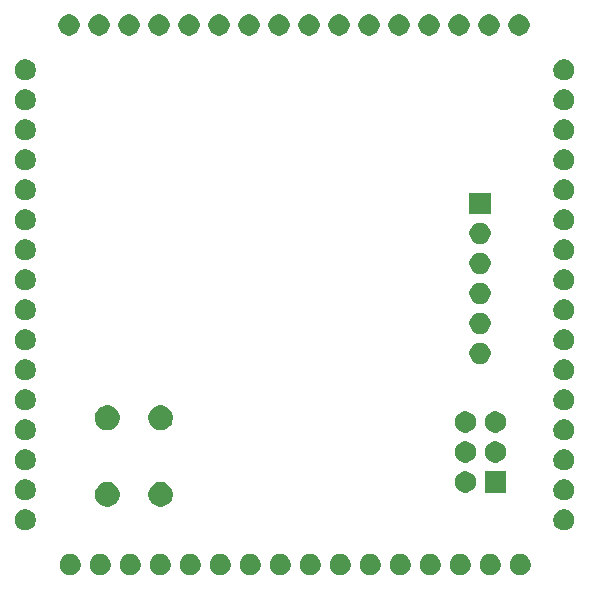
<source format=gbr>
G04 #@! TF.GenerationSoftware,KiCad,Pcbnew,(5.1.5-0-10_14)*
G04 #@! TF.CreationDate,2020-11-09T16:06:39+01:00*
G04 #@! TF.ProjectId,ATmega128_Breakout_Board,41546d65-6761-4313-9238-5f427265616b,rev?*
G04 #@! TF.SameCoordinates,Original*
G04 #@! TF.FileFunction,Soldermask,Bot*
G04 #@! TF.FilePolarity,Negative*
%FSLAX46Y46*%
G04 Gerber Fmt 4.6, Leading zero omitted, Abs format (unit mm)*
G04 Created by KiCad (PCBNEW (5.1.5-0-10_14)) date 2020-11-09 16:06:39*
%MOMM*%
%LPD*%
G04 APERTURE LIST*
%ADD10C,0.100000*%
G04 APERTURE END LIST*
D10*
G36*
X137713512Y-109403927D02*
G01*
X137862812Y-109433624D01*
X138026784Y-109501544D01*
X138174354Y-109600147D01*
X138299853Y-109725646D01*
X138398456Y-109873216D01*
X138466376Y-110037188D01*
X138501000Y-110211259D01*
X138501000Y-110388741D01*
X138466376Y-110562812D01*
X138398456Y-110726784D01*
X138299853Y-110874354D01*
X138174354Y-110999853D01*
X138026784Y-111098456D01*
X137862812Y-111166376D01*
X137713512Y-111196073D01*
X137688742Y-111201000D01*
X137511258Y-111201000D01*
X137486488Y-111196073D01*
X137337188Y-111166376D01*
X137173216Y-111098456D01*
X137025646Y-110999853D01*
X136900147Y-110874354D01*
X136801544Y-110726784D01*
X136733624Y-110562812D01*
X136699000Y-110388741D01*
X136699000Y-110211259D01*
X136733624Y-110037188D01*
X136801544Y-109873216D01*
X136900147Y-109725646D01*
X137025646Y-109600147D01*
X137173216Y-109501544D01*
X137337188Y-109433624D01*
X137486488Y-109403927D01*
X137511258Y-109399000D01*
X137688742Y-109399000D01*
X137713512Y-109403927D01*
G37*
G36*
X135173512Y-109403927D02*
G01*
X135322812Y-109433624D01*
X135486784Y-109501544D01*
X135634354Y-109600147D01*
X135759853Y-109725646D01*
X135858456Y-109873216D01*
X135926376Y-110037188D01*
X135961000Y-110211259D01*
X135961000Y-110388741D01*
X135926376Y-110562812D01*
X135858456Y-110726784D01*
X135759853Y-110874354D01*
X135634354Y-110999853D01*
X135486784Y-111098456D01*
X135322812Y-111166376D01*
X135173512Y-111196073D01*
X135148742Y-111201000D01*
X134971258Y-111201000D01*
X134946488Y-111196073D01*
X134797188Y-111166376D01*
X134633216Y-111098456D01*
X134485646Y-110999853D01*
X134360147Y-110874354D01*
X134261544Y-110726784D01*
X134193624Y-110562812D01*
X134159000Y-110388741D01*
X134159000Y-110211259D01*
X134193624Y-110037188D01*
X134261544Y-109873216D01*
X134360147Y-109725646D01*
X134485646Y-109600147D01*
X134633216Y-109501544D01*
X134797188Y-109433624D01*
X134946488Y-109403927D01*
X134971258Y-109399000D01*
X135148742Y-109399000D01*
X135173512Y-109403927D01*
G37*
G36*
X132633512Y-109403927D02*
G01*
X132782812Y-109433624D01*
X132946784Y-109501544D01*
X133094354Y-109600147D01*
X133219853Y-109725646D01*
X133318456Y-109873216D01*
X133386376Y-110037188D01*
X133421000Y-110211259D01*
X133421000Y-110388741D01*
X133386376Y-110562812D01*
X133318456Y-110726784D01*
X133219853Y-110874354D01*
X133094354Y-110999853D01*
X132946784Y-111098456D01*
X132782812Y-111166376D01*
X132633512Y-111196073D01*
X132608742Y-111201000D01*
X132431258Y-111201000D01*
X132406488Y-111196073D01*
X132257188Y-111166376D01*
X132093216Y-111098456D01*
X131945646Y-110999853D01*
X131820147Y-110874354D01*
X131721544Y-110726784D01*
X131653624Y-110562812D01*
X131619000Y-110388741D01*
X131619000Y-110211259D01*
X131653624Y-110037188D01*
X131721544Y-109873216D01*
X131820147Y-109725646D01*
X131945646Y-109600147D01*
X132093216Y-109501544D01*
X132257188Y-109433624D01*
X132406488Y-109403927D01*
X132431258Y-109399000D01*
X132608742Y-109399000D01*
X132633512Y-109403927D01*
G37*
G36*
X130093512Y-109403927D02*
G01*
X130242812Y-109433624D01*
X130406784Y-109501544D01*
X130554354Y-109600147D01*
X130679853Y-109725646D01*
X130778456Y-109873216D01*
X130846376Y-110037188D01*
X130881000Y-110211259D01*
X130881000Y-110388741D01*
X130846376Y-110562812D01*
X130778456Y-110726784D01*
X130679853Y-110874354D01*
X130554354Y-110999853D01*
X130406784Y-111098456D01*
X130242812Y-111166376D01*
X130093512Y-111196073D01*
X130068742Y-111201000D01*
X129891258Y-111201000D01*
X129866488Y-111196073D01*
X129717188Y-111166376D01*
X129553216Y-111098456D01*
X129405646Y-110999853D01*
X129280147Y-110874354D01*
X129181544Y-110726784D01*
X129113624Y-110562812D01*
X129079000Y-110388741D01*
X129079000Y-110211259D01*
X129113624Y-110037188D01*
X129181544Y-109873216D01*
X129280147Y-109725646D01*
X129405646Y-109600147D01*
X129553216Y-109501544D01*
X129717188Y-109433624D01*
X129866488Y-109403927D01*
X129891258Y-109399000D01*
X130068742Y-109399000D01*
X130093512Y-109403927D01*
G37*
G36*
X127553512Y-109403927D02*
G01*
X127702812Y-109433624D01*
X127866784Y-109501544D01*
X128014354Y-109600147D01*
X128139853Y-109725646D01*
X128238456Y-109873216D01*
X128306376Y-110037188D01*
X128341000Y-110211259D01*
X128341000Y-110388741D01*
X128306376Y-110562812D01*
X128238456Y-110726784D01*
X128139853Y-110874354D01*
X128014354Y-110999853D01*
X127866784Y-111098456D01*
X127702812Y-111166376D01*
X127553512Y-111196073D01*
X127528742Y-111201000D01*
X127351258Y-111201000D01*
X127326488Y-111196073D01*
X127177188Y-111166376D01*
X127013216Y-111098456D01*
X126865646Y-110999853D01*
X126740147Y-110874354D01*
X126641544Y-110726784D01*
X126573624Y-110562812D01*
X126539000Y-110388741D01*
X126539000Y-110211259D01*
X126573624Y-110037188D01*
X126641544Y-109873216D01*
X126740147Y-109725646D01*
X126865646Y-109600147D01*
X127013216Y-109501544D01*
X127177188Y-109433624D01*
X127326488Y-109403927D01*
X127351258Y-109399000D01*
X127528742Y-109399000D01*
X127553512Y-109403927D01*
G37*
G36*
X125013512Y-109403927D02*
G01*
X125162812Y-109433624D01*
X125326784Y-109501544D01*
X125474354Y-109600147D01*
X125599853Y-109725646D01*
X125698456Y-109873216D01*
X125766376Y-110037188D01*
X125801000Y-110211259D01*
X125801000Y-110388741D01*
X125766376Y-110562812D01*
X125698456Y-110726784D01*
X125599853Y-110874354D01*
X125474354Y-110999853D01*
X125326784Y-111098456D01*
X125162812Y-111166376D01*
X125013512Y-111196073D01*
X124988742Y-111201000D01*
X124811258Y-111201000D01*
X124786488Y-111196073D01*
X124637188Y-111166376D01*
X124473216Y-111098456D01*
X124325646Y-110999853D01*
X124200147Y-110874354D01*
X124101544Y-110726784D01*
X124033624Y-110562812D01*
X123999000Y-110388741D01*
X123999000Y-110211259D01*
X124033624Y-110037188D01*
X124101544Y-109873216D01*
X124200147Y-109725646D01*
X124325646Y-109600147D01*
X124473216Y-109501544D01*
X124637188Y-109433624D01*
X124786488Y-109403927D01*
X124811258Y-109399000D01*
X124988742Y-109399000D01*
X125013512Y-109403927D01*
G37*
G36*
X122473512Y-109403927D02*
G01*
X122622812Y-109433624D01*
X122786784Y-109501544D01*
X122934354Y-109600147D01*
X123059853Y-109725646D01*
X123158456Y-109873216D01*
X123226376Y-110037188D01*
X123261000Y-110211259D01*
X123261000Y-110388741D01*
X123226376Y-110562812D01*
X123158456Y-110726784D01*
X123059853Y-110874354D01*
X122934354Y-110999853D01*
X122786784Y-111098456D01*
X122622812Y-111166376D01*
X122473512Y-111196073D01*
X122448742Y-111201000D01*
X122271258Y-111201000D01*
X122246488Y-111196073D01*
X122097188Y-111166376D01*
X121933216Y-111098456D01*
X121785646Y-110999853D01*
X121660147Y-110874354D01*
X121561544Y-110726784D01*
X121493624Y-110562812D01*
X121459000Y-110388741D01*
X121459000Y-110211259D01*
X121493624Y-110037188D01*
X121561544Y-109873216D01*
X121660147Y-109725646D01*
X121785646Y-109600147D01*
X121933216Y-109501544D01*
X122097188Y-109433624D01*
X122246488Y-109403927D01*
X122271258Y-109399000D01*
X122448742Y-109399000D01*
X122473512Y-109403927D01*
G37*
G36*
X119933512Y-109403927D02*
G01*
X120082812Y-109433624D01*
X120246784Y-109501544D01*
X120394354Y-109600147D01*
X120519853Y-109725646D01*
X120618456Y-109873216D01*
X120686376Y-110037188D01*
X120721000Y-110211259D01*
X120721000Y-110388741D01*
X120686376Y-110562812D01*
X120618456Y-110726784D01*
X120519853Y-110874354D01*
X120394354Y-110999853D01*
X120246784Y-111098456D01*
X120082812Y-111166376D01*
X119933512Y-111196073D01*
X119908742Y-111201000D01*
X119731258Y-111201000D01*
X119706488Y-111196073D01*
X119557188Y-111166376D01*
X119393216Y-111098456D01*
X119245646Y-110999853D01*
X119120147Y-110874354D01*
X119021544Y-110726784D01*
X118953624Y-110562812D01*
X118919000Y-110388741D01*
X118919000Y-110211259D01*
X118953624Y-110037188D01*
X119021544Y-109873216D01*
X119120147Y-109725646D01*
X119245646Y-109600147D01*
X119393216Y-109501544D01*
X119557188Y-109433624D01*
X119706488Y-109403927D01*
X119731258Y-109399000D01*
X119908742Y-109399000D01*
X119933512Y-109403927D01*
G37*
G36*
X117393512Y-109403927D02*
G01*
X117542812Y-109433624D01*
X117706784Y-109501544D01*
X117854354Y-109600147D01*
X117979853Y-109725646D01*
X118078456Y-109873216D01*
X118146376Y-110037188D01*
X118181000Y-110211259D01*
X118181000Y-110388741D01*
X118146376Y-110562812D01*
X118078456Y-110726784D01*
X117979853Y-110874354D01*
X117854354Y-110999853D01*
X117706784Y-111098456D01*
X117542812Y-111166376D01*
X117393512Y-111196073D01*
X117368742Y-111201000D01*
X117191258Y-111201000D01*
X117166488Y-111196073D01*
X117017188Y-111166376D01*
X116853216Y-111098456D01*
X116705646Y-110999853D01*
X116580147Y-110874354D01*
X116481544Y-110726784D01*
X116413624Y-110562812D01*
X116379000Y-110388741D01*
X116379000Y-110211259D01*
X116413624Y-110037188D01*
X116481544Y-109873216D01*
X116580147Y-109725646D01*
X116705646Y-109600147D01*
X116853216Y-109501544D01*
X117017188Y-109433624D01*
X117166488Y-109403927D01*
X117191258Y-109399000D01*
X117368742Y-109399000D01*
X117393512Y-109403927D01*
G37*
G36*
X114853512Y-109403927D02*
G01*
X115002812Y-109433624D01*
X115166784Y-109501544D01*
X115314354Y-109600147D01*
X115439853Y-109725646D01*
X115538456Y-109873216D01*
X115606376Y-110037188D01*
X115641000Y-110211259D01*
X115641000Y-110388741D01*
X115606376Y-110562812D01*
X115538456Y-110726784D01*
X115439853Y-110874354D01*
X115314354Y-110999853D01*
X115166784Y-111098456D01*
X115002812Y-111166376D01*
X114853512Y-111196073D01*
X114828742Y-111201000D01*
X114651258Y-111201000D01*
X114626488Y-111196073D01*
X114477188Y-111166376D01*
X114313216Y-111098456D01*
X114165646Y-110999853D01*
X114040147Y-110874354D01*
X113941544Y-110726784D01*
X113873624Y-110562812D01*
X113839000Y-110388741D01*
X113839000Y-110211259D01*
X113873624Y-110037188D01*
X113941544Y-109873216D01*
X114040147Y-109725646D01*
X114165646Y-109600147D01*
X114313216Y-109501544D01*
X114477188Y-109433624D01*
X114626488Y-109403927D01*
X114651258Y-109399000D01*
X114828742Y-109399000D01*
X114853512Y-109403927D01*
G37*
G36*
X112313512Y-109403927D02*
G01*
X112462812Y-109433624D01*
X112626784Y-109501544D01*
X112774354Y-109600147D01*
X112899853Y-109725646D01*
X112998456Y-109873216D01*
X113066376Y-110037188D01*
X113101000Y-110211259D01*
X113101000Y-110388741D01*
X113066376Y-110562812D01*
X112998456Y-110726784D01*
X112899853Y-110874354D01*
X112774354Y-110999853D01*
X112626784Y-111098456D01*
X112462812Y-111166376D01*
X112313512Y-111196073D01*
X112288742Y-111201000D01*
X112111258Y-111201000D01*
X112086488Y-111196073D01*
X111937188Y-111166376D01*
X111773216Y-111098456D01*
X111625646Y-110999853D01*
X111500147Y-110874354D01*
X111401544Y-110726784D01*
X111333624Y-110562812D01*
X111299000Y-110388741D01*
X111299000Y-110211259D01*
X111333624Y-110037188D01*
X111401544Y-109873216D01*
X111500147Y-109725646D01*
X111625646Y-109600147D01*
X111773216Y-109501544D01*
X111937188Y-109433624D01*
X112086488Y-109403927D01*
X112111258Y-109399000D01*
X112288742Y-109399000D01*
X112313512Y-109403927D01*
G37*
G36*
X109773512Y-109403927D02*
G01*
X109922812Y-109433624D01*
X110086784Y-109501544D01*
X110234354Y-109600147D01*
X110359853Y-109725646D01*
X110458456Y-109873216D01*
X110526376Y-110037188D01*
X110561000Y-110211259D01*
X110561000Y-110388741D01*
X110526376Y-110562812D01*
X110458456Y-110726784D01*
X110359853Y-110874354D01*
X110234354Y-110999853D01*
X110086784Y-111098456D01*
X109922812Y-111166376D01*
X109773512Y-111196073D01*
X109748742Y-111201000D01*
X109571258Y-111201000D01*
X109546488Y-111196073D01*
X109397188Y-111166376D01*
X109233216Y-111098456D01*
X109085646Y-110999853D01*
X108960147Y-110874354D01*
X108861544Y-110726784D01*
X108793624Y-110562812D01*
X108759000Y-110388741D01*
X108759000Y-110211259D01*
X108793624Y-110037188D01*
X108861544Y-109873216D01*
X108960147Y-109725646D01*
X109085646Y-109600147D01*
X109233216Y-109501544D01*
X109397188Y-109433624D01*
X109546488Y-109403927D01*
X109571258Y-109399000D01*
X109748742Y-109399000D01*
X109773512Y-109403927D01*
G37*
G36*
X107233512Y-109403927D02*
G01*
X107382812Y-109433624D01*
X107546784Y-109501544D01*
X107694354Y-109600147D01*
X107819853Y-109725646D01*
X107918456Y-109873216D01*
X107986376Y-110037188D01*
X108021000Y-110211259D01*
X108021000Y-110388741D01*
X107986376Y-110562812D01*
X107918456Y-110726784D01*
X107819853Y-110874354D01*
X107694354Y-110999853D01*
X107546784Y-111098456D01*
X107382812Y-111166376D01*
X107233512Y-111196073D01*
X107208742Y-111201000D01*
X107031258Y-111201000D01*
X107006488Y-111196073D01*
X106857188Y-111166376D01*
X106693216Y-111098456D01*
X106545646Y-110999853D01*
X106420147Y-110874354D01*
X106321544Y-110726784D01*
X106253624Y-110562812D01*
X106219000Y-110388741D01*
X106219000Y-110211259D01*
X106253624Y-110037188D01*
X106321544Y-109873216D01*
X106420147Y-109725646D01*
X106545646Y-109600147D01*
X106693216Y-109501544D01*
X106857188Y-109433624D01*
X107006488Y-109403927D01*
X107031258Y-109399000D01*
X107208742Y-109399000D01*
X107233512Y-109403927D01*
G37*
G36*
X104693512Y-109403927D02*
G01*
X104842812Y-109433624D01*
X105006784Y-109501544D01*
X105154354Y-109600147D01*
X105279853Y-109725646D01*
X105378456Y-109873216D01*
X105446376Y-110037188D01*
X105481000Y-110211259D01*
X105481000Y-110388741D01*
X105446376Y-110562812D01*
X105378456Y-110726784D01*
X105279853Y-110874354D01*
X105154354Y-110999853D01*
X105006784Y-111098456D01*
X104842812Y-111166376D01*
X104693512Y-111196073D01*
X104668742Y-111201000D01*
X104491258Y-111201000D01*
X104466488Y-111196073D01*
X104317188Y-111166376D01*
X104153216Y-111098456D01*
X104005646Y-110999853D01*
X103880147Y-110874354D01*
X103781544Y-110726784D01*
X103713624Y-110562812D01*
X103679000Y-110388741D01*
X103679000Y-110211259D01*
X103713624Y-110037188D01*
X103781544Y-109873216D01*
X103880147Y-109725646D01*
X104005646Y-109600147D01*
X104153216Y-109501544D01*
X104317188Y-109433624D01*
X104466488Y-109403927D01*
X104491258Y-109399000D01*
X104668742Y-109399000D01*
X104693512Y-109403927D01*
G37*
G36*
X102153512Y-109403927D02*
G01*
X102302812Y-109433624D01*
X102466784Y-109501544D01*
X102614354Y-109600147D01*
X102739853Y-109725646D01*
X102838456Y-109873216D01*
X102906376Y-110037188D01*
X102941000Y-110211259D01*
X102941000Y-110388741D01*
X102906376Y-110562812D01*
X102838456Y-110726784D01*
X102739853Y-110874354D01*
X102614354Y-110999853D01*
X102466784Y-111098456D01*
X102302812Y-111166376D01*
X102153512Y-111196073D01*
X102128742Y-111201000D01*
X101951258Y-111201000D01*
X101926488Y-111196073D01*
X101777188Y-111166376D01*
X101613216Y-111098456D01*
X101465646Y-110999853D01*
X101340147Y-110874354D01*
X101241544Y-110726784D01*
X101173624Y-110562812D01*
X101139000Y-110388741D01*
X101139000Y-110211259D01*
X101173624Y-110037188D01*
X101241544Y-109873216D01*
X101340147Y-109725646D01*
X101465646Y-109600147D01*
X101613216Y-109501544D01*
X101777188Y-109433624D01*
X101926488Y-109403927D01*
X101951258Y-109399000D01*
X102128742Y-109399000D01*
X102153512Y-109403927D01*
G37*
G36*
X99613512Y-109403927D02*
G01*
X99762812Y-109433624D01*
X99926784Y-109501544D01*
X100074354Y-109600147D01*
X100199853Y-109725646D01*
X100298456Y-109873216D01*
X100366376Y-110037188D01*
X100401000Y-110211259D01*
X100401000Y-110388741D01*
X100366376Y-110562812D01*
X100298456Y-110726784D01*
X100199853Y-110874354D01*
X100074354Y-110999853D01*
X99926784Y-111098456D01*
X99762812Y-111166376D01*
X99613512Y-111196073D01*
X99588742Y-111201000D01*
X99411258Y-111201000D01*
X99386488Y-111196073D01*
X99237188Y-111166376D01*
X99073216Y-111098456D01*
X98925646Y-110999853D01*
X98800147Y-110874354D01*
X98701544Y-110726784D01*
X98633624Y-110562812D01*
X98599000Y-110388741D01*
X98599000Y-110211259D01*
X98633624Y-110037188D01*
X98701544Y-109873216D01*
X98800147Y-109725646D01*
X98925646Y-109600147D01*
X99073216Y-109501544D01*
X99237188Y-109433624D01*
X99386488Y-109403927D01*
X99411258Y-109399000D01*
X99588742Y-109399000D01*
X99613512Y-109403927D01*
G37*
G36*
X141413512Y-105603927D02*
G01*
X141562812Y-105633624D01*
X141726784Y-105701544D01*
X141874354Y-105800147D01*
X141999853Y-105925646D01*
X142098456Y-106073216D01*
X142166376Y-106237188D01*
X142201000Y-106411259D01*
X142201000Y-106588741D01*
X142166376Y-106762812D01*
X142098456Y-106926784D01*
X141999853Y-107074354D01*
X141874354Y-107199853D01*
X141726784Y-107298456D01*
X141562812Y-107366376D01*
X141413512Y-107396073D01*
X141388742Y-107401000D01*
X141211258Y-107401000D01*
X141186488Y-107396073D01*
X141037188Y-107366376D01*
X140873216Y-107298456D01*
X140725646Y-107199853D01*
X140600147Y-107074354D01*
X140501544Y-106926784D01*
X140433624Y-106762812D01*
X140399000Y-106588741D01*
X140399000Y-106411259D01*
X140433624Y-106237188D01*
X140501544Y-106073216D01*
X140600147Y-105925646D01*
X140725646Y-105800147D01*
X140873216Y-105701544D01*
X141037188Y-105633624D01*
X141186488Y-105603927D01*
X141211258Y-105599000D01*
X141388742Y-105599000D01*
X141413512Y-105603927D01*
G37*
G36*
X95813512Y-105603927D02*
G01*
X95962812Y-105633624D01*
X96126784Y-105701544D01*
X96274354Y-105800147D01*
X96399853Y-105925646D01*
X96498456Y-106073216D01*
X96566376Y-106237188D01*
X96601000Y-106411259D01*
X96601000Y-106588741D01*
X96566376Y-106762812D01*
X96498456Y-106926784D01*
X96399853Y-107074354D01*
X96274354Y-107199853D01*
X96126784Y-107298456D01*
X95962812Y-107366376D01*
X95813512Y-107396073D01*
X95788742Y-107401000D01*
X95611258Y-107401000D01*
X95586488Y-107396073D01*
X95437188Y-107366376D01*
X95273216Y-107298456D01*
X95125646Y-107199853D01*
X95000147Y-107074354D01*
X94901544Y-106926784D01*
X94833624Y-106762812D01*
X94799000Y-106588741D01*
X94799000Y-106411259D01*
X94833624Y-106237188D01*
X94901544Y-106073216D01*
X95000147Y-105925646D01*
X95125646Y-105800147D01*
X95273216Y-105701544D01*
X95437188Y-105633624D01*
X95586488Y-105603927D01*
X95611258Y-105599000D01*
X95788742Y-105599000D01*
X95813512Y-105603927D01*
G37*
G36*
X102956564Y-103339389D02*
G01*
X103147833Y-103418615D01*
X103147835Y-103418616D01*
X103319346Y-103533216D01*
X103319973Y-103533635D01*
X103466365Y-103680027D01*
X103581385Y-103852167D01*
X103660611Y-104043436D01*
X103701000Y-104246484D01*
X103701000Y-104453516D01*
X103660611Y-104656564D01*
X103618406Y-104758456D01*
X103581384Y-104847835D01*
X103466365Y-105019973D01*
X103319973Y-105166365D01*
X103147835Y-105281384D01*
X103147834Y-105281385D01*
X103147833Y-105281385D01*
X102956564Y-105360611D01*
X102753516Y-105401000D01*
X102546484Y-105401000D01*
X102343436Y-105360611D01*
X102152167Y-105281385D01*
X102152166Y-105281385D01*
X102152165Y-105281384D01*
X101980027Y-105166365D01*
X101833635Y-105019973D01*
X101718616Y-104847835D01*
X101681594Y-104758456D01*
X101639389Y-104656564D01*
X101599000Y-104453516D01*
X101599000Y-104246484D01*
X101639389Y-104043436D01*
X101718615Y-103852167D01*
X101833635Y-103680027D01*
X101980027Y-103533635D01*
X101980654Y-103533216D01*
X102152165Y-103418616D01*
X102152167Y-103418615D01*
X102343436Y-103339389D01*
X102546484Y-103299000D01*
X102753516Y-103299000D01*
X102956564Y-103339389D01*
G37*
G36*
X107456564Y-103339389D02*
G01*
X107647833Y-103418615D01*
X107647835Y-103418616D01*
X107819346Y-103533216D01*
X107819973Y-103533635D01*
X107966365Y-103680027D01*
X108081385Y-103852167D01*
X108160611Y-104043436D01*
X108201000Y-104246484D01*
X108201000Y-104453516D01*
X108160611Y-104656564D01*
X108118406Y-104758456D01*
X108081384Y-104847835D01*
X107966365Y-105019973D01*
X107819973Y-105166365D01*
X107647835Y-105281384D01*
X107647834Y-105281385D01*
X107647833Y-105281385D01*
X107456564Y-105360611D01*
X107253516Y-105401000D01*
X107046484Y-105401000D01*
X106843436Y-105360611D01*
X106652167Y-105281385D01*
X106652166Y-105281385D01*
X106652165Y-105281384D01*
X106480027Y-105166365D01*
X106333635Y-105019973D01*
X106218616Y-104847835D01*
X106181594Y-104758456D01*
X106139389Y-104656564D01*
X106099000Y-104453516D01*
X106099000Y-104246484D01*
X106139389Y-104043436D01*
X106218615Y-103852167D01*
X106333635Y-103680027D01*
X106480027Y-103533635D01*
X106480654Y-103533216D01*
X106652165Y-103418616D01*
X106652167Y-103418615D01*
X106843436Y-103339389D01*
X107046484Y-103299000D01*
X107253516Y-103299000D01*
X107456564Y-103339389D01*
G37*
G36*
X95813512Y-103063927D02*
G01*
X95962812Y-103093624D01*
X96126784Y-103161544D01*
X96274354Y-103260147D01*
X96399853Y-103385646D01*
X96498456Y-103533216D01*
X96566376Y-103697188D01*
X96596073Y-103846488D01*
X96597203Y-103852167D01*
X96601000Y-103871259D01*
X96601000Y-104048741D01*
X96566376Y-104222812D01*
X96498456Y-104386784D01*
X96399853Y-104534354D01*
X96274354Y-104659853D01*
X96126784Y-104758456D01*
X95962812Y-104826376D01*
X95813512Y-104856073D01*
X95788742Y-104861000D01*
X95611258Y-104861000D01*
X95586488Y-104856073D01*
X95437188Y-104826376D01*
X95273216Y-104758456D01*
X95125646Y-104659853D01*
X95000147Y-104534354D01*
X94901544Y-104386784D01*
X94833624Y-104222812D01*
X94799000Y-104048741D01*
X94799000Y-103871259D01*
X94802798Y-103852167D01*
X94803927Y-103846488D01*
X94833624Y-103697188D01*
X94901544Y-103533216D01*
X95000147Y-103385646D01*
X95125646Y-103260147D01*
X95273216Y-103161544D01*
X95437188Y-103093624D01*
X95586488Y-103063927D01*
X95611258Y-103059000D01*
X95788742Y-103059000D01*
X95813512Y-103063927D01*
G37*
G36*
X141413512Y-103063927D02*
G01*
X141562812Y-103093624D01*
X141726784Y-103161544D01*
X141874354Y-103260147D01*
X141999853Y-103385646D01*
X142098456Y-103533216D01*
X142166376Y-103697188D01*
X142196073Y-103846488D01*
X142197203Y-103852167D01*
X142201000Y-103871259D01*
X142201000Y-104048741D01*
X142166376Y-104222812D01*
X142098456Y-104386784D01*
X141999853Y-104534354D01*
X141874354Y-104659853D01*
X141726784Y-104758456D01*
X141562812Y-104826376D01*
X141413512Y-104856073D01*
X141388742Y-104861000D01*
X141211258Y-104861000D01*
X141186488Y-104856073D01*
X141037188Y-104826376D01*
X140873216Y-104758456D01*
X140725646Y-104659853D01*
X140600147Y-104534354D01*
X140501544Y-104386784D01*
X140433624Y-104222812D01*
X140399000Y-104048741D01*
X140399000Y-103871259D01*
X140402798Y-103852167D01*
X140403927Y-103846488D01*
X140433624Y-103697188D01*
X140501544Y-103533216D01*
X140600147Y-103385646D01*
X140725646Y-103260147D01*
X140873216Y-103161544D01*
X141037188Y-103093624D01*
X141186488Y-103063927D01*
X141211258Y-103059000D01*
X141388742Y-103059000D01*
X141413512Y-103063927D01*
G37*
G36*
X133073512Y-102403927D02*
G01*
X133222812Y-102433624D01*
X133386784Y-102501544D01*
X133534354Y-102600147D01*
X133659853Y-102725646D01*
X133758456Y-102873216D01*
X133826376Y-103037188D01*
X133861000Y-103211259D01*
X133861000Y-103388741D01*
X133826376Y-103562812D01*
X133758456Y-103726784D01*
X133659853Y-103874354D01*
X133534354Y-103999853D01*
X133386784Y-104098456D01*
X133222812Y-104166376D01*
X133073512Y-104196073D01*
X133048742Y-104201000D01*
X132871258Y-104201000D01*
X132846488Y-104196073D01*
X132697188Y-104166376D01*
X132533216Y-104098456D01*
X132385646Y-103999853D01*
X132260147Y-103874354D01*
X132161544Y-103726784D01*
X132093624Y-103562812D01*
X132059000Y-103388741D01*
X132059000Y-103211259D01*
X132093624Y-103037188D01*
X132161544Y-102873216D01*
X132260147Y-102725646D01*
X132385646Y-102600147D01*
X132533216Y-102501544D01*
X132697188Y-102433624D01*
X132846488Y-102403927D01*
X132871258Y-102399000D01*
X133048742Y-102399000D01*
X133073512Y-102403927D01*
G37*
G36*
X136401000Y-104201000D02*
G01*
X134599000Y-104201000D01*
X134599000Y-102399000D01*
X136401000Y-102399000D01*
X136401000Y-104201000D01*
G37*
G36*
X95813512Y-100523927D02*
G01*
X95962812Y-100553624D01*
X96126784Y-100621544D01*
X96274354Y-100720147D01*
X96399853Y-100845646D01*
X96498456Y-100993216D01*
X96566376Y-101157188D01*
X96601000Y-101331259D01*
X96601000Y-101508741D01*
X96566376Y-101682812D01*
X96498456Y-101846784D01*
X96399853Y-101994354D01*
X96274354Y-102119853D01*
X96126784Y-102218456D01*
X95962812Y-102286376D01*
X95813512Y-102316073D01*
X95788742Y-102321000D01*
X95611258Y-102321000D01*
X95586488Y-102316073D01*
X95437188Y-102286376D01*
X95273216Y-102218456D01*
X95125646Y-102119853D01*
X95000147Y-101994354D01*
X94901544Y-101846784D01*
X94833624Y-101682812D01*
X94799000Y-101508741D01*
X94799000Y-101331259D01*
X94833624Y-101157188D01*
X94901544Y-100993216D01*
X95000147Y-100845646D01*
X95125646Y-100720147D01*
X95273216Y-100621544D01*
X95437188Y-100553624D01*
X95586488Y-100523927D01*
X95611258Y-100519000D01*
X95788742Y-100519000D01*
X95813512Y-100523927D01*
G37*
G36*
X141413512Y-100523927D02*
G01*
X141562812Y-100553624D01*
X141726784Y-100621544D01*
X141874354Y-100720147D01*
X141999853Y-100845646D01*
X142098456Y-100993216D01*
X142166376Y-101157188D01*
X142201000Y-101331259D01*
X142201000Y-101508741D01*
X142166376Y-101682812D01*
X142098456Y-101846784D01*
X141999853Y-101994354D01*
X141874354Y-102119853D01*
X141726784Y-102218456D01*
X141562812Y-102286376D01*
X141413512Y-102316073D01*
X141388742Y-102321000D01*
X141211258Y-102321000D01*
X141186488Y-102316073D01*
X141037188Y-102286376D01*
X140873216Y-102218456D01*
X140725646Y-102119853D01*
X140600147Y-101994354D01*
X140501544Y-101846784D01*
X140433624Y-101682812D01*
X140399000Y-101508741D01*
X140399000Y-101331259D01*
X140433624Y-101157188D01*
X140501544Y-100993216D01*
X140600147Y-100845646D01*
X140725646Y-100720147D01*
X140873216Y-100621544D01*
X141037188Y-100553624D01*
X141186488Y-100523927D01*
X141211258Y-100519000D01*
X141388742Y-100519000D01*
X141413512Y-100523927D01*
G37*
G36*
X133073512Y-99863927D02*
G01*
X133222812Y-99893624D01*
X133386784Y-99961544D01*
X133534354Y-100060147D01*
X133659853Y-100185646D01*
X133758456Y-100333216D01*
X133826376Y-100497188D01*
X133861000Y-100671259D01*
X133861000Y-100848741D01*
X133826376Y-101022812D01*
X133758456Y-101186784D01*
X133659853Y-101334354D01*
X133534354Y-101459853D01*
X133386784Y-101558456D01*
X133222812Y-101626376D01*
X133073512Y-101656073D01*
X133048742Y-101661000D01*
X132871258Y-101661000D01*
X132846488Y-101656073D01*
X132697188Y-101626376D01*
X132533216Y-101558456D01*
X132385646Y-101459853D01*
X132260147Y-101334354D01*
X132161544Y-101186784D01*
X132093624Y-101022812D01*
X132059000Y-100848741D01*
X132059000Y-100671259D01*
X132093624Y-100497188D01*
X132161544Y-100333216D01*
X132260147Y-100185646D01*
X132385646Y-100060147D01*
X132533216Y-99961544D01*
X132697188Y-99893624D01*
X132846488Y-99863927D01*
X132871258Y-99859000D01*
X133048742Y-99859000D01*
X133073512Y-99863927D01*
G37*
G36*
X135613512Y-99863927D02*
G01*
X135762812Y-99893624D01*
X135926784Y-99961544D01*
X136074354Y-100060147D01*
X136199853Y-100185646D01*
X136298456Y-100333216D01*
X136366376Y-100497188D01*
X136401000Y-100671259D01*
X136401000Y-100848741D01*
X136366376Y-101022812D01*
X136298456Y-101186784D01*
X136199853Y-101334354D01*
X136074354Y-101459853D01*
X135926784Y-101558456D01*
X135762812Y-101626376D01*
X135613512Y-101656073D01*
X135588742Y-101661000D01*
X135411258Y-101661000D01*
X135386488Y-101656073D01*
X135237188Y-101626376D01*
X135073216Y-101558456D01*
X134925646Y-101459853D01*
X134800147Y-101334354D01*
X134701544Y-101186784D01*
X134633624Y-101022812D01*
X134599000Y-100848741D01*
X134599000Y-100671259D01*
X134633624Y-100497188D01*
X134701544Y-100333216D01*
X134800147Y-100185646D01*
X134925646Y-100060147D01*
X135073216Y-99961544D01*
X135237188Y-99893624D01*
X135386488Y-99863927D01*
X135411258Y-99859000D01*
X135588742Y-99859000D01*
X135613512Y-99863927D01*
G37*
G36*
X95813512Y-97983927D02*
G01*
X95962812Y-98013624D01*
X96126784Y-98081544D01*
X96274354Y-98180147D01*
X96399853Y-98305646D01*
X96498456Y-98453216D01*
X96566376Y-98617188D01*
X96601000Y-98791259D01*
X96601000Y-98968741D01*
X96566376Y-99142812D01*
X96498456Y-99306784D01*
X96399853Y-99454354D01*
X96274354Y-99579853D01*
X96126784Y-99678456D01*
X95962812Y-99746376D01*
X95813512Y-99776073D01*
X95788742Y-99781000D01*
X95611258Y-99781000D01*
X95586488Y-99776073D01*
X95437188Y-99746376D01*
X95273216Y-99678456D01*
X95125646Y-99579853D01*
X95000147Y-99454354D01*
X94901544Y-99306784D01*
X94833624Y-99142812D01*
X94799000Y-98968741D01*
X94799000Y-98791259D01*
X94833624Y-98617188D01*
X94901544Y-98453216D01*
X95000147Y-98305646D01*
X95125646Y-98180147D01*
X95273216Y-98081544D01*
X95437188Y-98013624D01*
X95586488Y-97983927D01*
X95611258Y-97979000D01*
X95788742Y-97979000D01*
X95813512Y-97983927D01*
G37*
G36*
X141413512Y-97983927D02*
G01*
X141562812Y-98013624D01*
X141726784Y-98081544D01*
X141874354Y-98180147D01*
X141999853Y-98305646D01*
X142098456Y-98453216D01*
X142166376Y-98617188D01*
X142201000Y-98791259D01*
X142201000Y-98968741D01*
X142166376Y-99142812D01*
X142098456Y-99306784D01*
X141999853Y-99454354D01*
X141874354Y-99579853D01*
X141726784Y-99678456D01*
X141562812Y-99746376D01*
X141413512Y-99776073D01*
X141388742Y-99781000D01*
X141211258Y-99781000D01*
X141186488Y-99776073D01*
X141037188Y-99746376D01*
X140873216Y-99678456D01*
X140725646Y-99579853D01*
X140600147Y-99454354D01*
X140501544Y-99306784D01*
X140433624Y-99142812D01*
X140399000Y-98968741D01*
X140399000Y-98791259D01*
X140433624Y-98617188D01*
X140501544Y-98453216D01*
X140600147Y-98305646D01*
X140725646Y-98180147D01*
X140873216Y-98081544D01*
X141037188Y-98013624D01*
X141186488Y-97983927D01*
X141211258Y-97979000D01*
X141388742Y-97979000D01*
X141413512Y-97983927D01*
G37*
G36*
X133073512Y-97323927D02*
G01*
X133222812Y-97353624D01*
X133386784Y-97421544D01*
X133534354Y-97520147D01*
X133659853Y-97645646D01*
X133758456Y-97793216D01*
X133826376Y-97957188D01*
X133861000Y-98131259D01*
X133861000Y-98308741D01*
X133826376Y-98482812D01*
X133758456Y-98646784D01*
X133659853Y-98794354D01*
X133534354Y-98919853D01*
X133386784Y-99018456D01*
X133222812Y-99086376D01*
X133073512Y-99116073D01*
X133048742Y-99121000D01*
X132871258Y-99121000D01*
X132846488Y-99116073D01*
X132697188Y-99086376D01*
X132533216Y-99018456D01*
X132385646Y-98919853D01*
X132260147Y-98794354D01*
X132161544Y-98646784D01*
X132093624Y-98482812D01*
X132059000Y-98308741D01*
X132059000Y-98131259D01*
X132093624Y-97957188D01*
X132161544Y-97793216D01*
X132260147Y-97645646D01*
X132385646Y-97520147D01*
X132533216Y-97421544D01*
X132697188Y-97353624D01*
X132846488Y-97323927D01*
X132871258Y-97319000D01*
X133048742Y-97319000D01*
X133073512Y-97323927D01*
G37*
G36*
X135613512Y-97323927D02*
G01*
X135762812Y-97353624D01*
X135926784Y-97421544D01*
X136074354Y-97520147D01*
X136199853Y-97645646D01*
X136298456Y-97793216D01*
X136366376Y-97957188D01*
X136401000Y-98131259D01*
X136401000Y-98308741D01*
X136366376Y-98482812D01*
X136298456Y-98646784D01*
X136199853Y-98794354D01*
X136074354Y-98919853D01*
X135926784Y-99018456D01*
X135762812Y-99086376D01*
X135613512Y-99116073D01*
X135588742Y-99121000D01*
X135411258Y-99121000D01*
X135386488Y-99116073D01*
X135237188Y-99086376D01*
X135073216Y-99018456D01*
X134925646Y-98919853D01*
X134800147Y-98794354D01*
X134701544Y-98646784D01*
X134633624Y-98482812D01*
X134599000Y-98308741D01*
X134599000Y-98131259D01*
X134633624Y-97957188D01*
X134701544Y-97793216D01*
X134800147Y-97645646D01*
X134925646Y-97520147D01*
X135073216Y-97421544D01*
X135237188Y-97353624D01*
X135386488Y-97323927D01*
X135411258Y-97319000D01*
X135588742Y-97319000D01*
X135613512Y-97323927D01*
G37*
G36*
X102956564Y-96839389D02*
G01*
X103137546Y-96914354D01*
X103147835Y-96918616D01*
X103319973Y-97033635D01*
X103466365Y-97180027D01*
X103581385Y-97352167D01*
X103660611Y-97543436D01*
X103701000Y-97746484D01*
X103701000Y-97953516D01*
X103660611Y-98156564D01*
X103650842Y-98180148D01*
X103581384Y-98347835D01*
X103466365Y-98519973D01*
X103319973Y-98666365D01*
X103147835Y-98781384D01*
X103147834Y-98781385D01*
X103147833Y-98781385D01*
X102956564Y-98860611D01*
X102753516Y-98901000D01*
X102546484Y-98901000D01*
X102343436Y-98860611D01*
X102152167Y-98781385D01*
X102152166Y-98781385D01*
X102152165Y-98781384D01*
X101980027Y-98666365D01*
X101833635Y-98519973D01*
X101718616Y-98347835D01*
X101649158Y-98180148D01*
X101639389Y-98156564D01*
X101599000Y-97953516D01*
X101599000Y-97746484D01*
X101639389Y-97543436D01*
X101718615Y-97352167D01*
X101833635Y-97180027D01*
X101980027Y-97033635D01*
X102152165Y-96918616D01*
X102162454Y-96914354D01*
X102343436Y-96839389D01*
X102546484Y-96799000D01*
X102753516Y-96799000D01*
X102956564Y-96839389D01*
G37*
G36*
X107456564Y-96839389D02*
G01*
X107637546Y-96914354D01*
X107647835Y-96918616D01*
X107819973Y-97033635D01*
X107966365Y-97180027D01*
X108081385Y-97352167D01*
X108160611Y-97543436D01*
X108201000Y-97746484D01*
X108201000Y-97953516D01*
X108160611Y-98156564D01*
X108150842Y-98180148D01*
X108081384Y-98347835D01*
X107966365Y-98519973D01*
X107819973Y-98666365D01*
X107647835Y-98781384D01*
X107647834Y-98781385D01*
X107647833Y-98781385D01*
X107456564Y-98860611D01*
X107253516Y-98901000D01*
X107046484Y-98901000D01*
X106843436Y-98860611D01*
X106652167Y-98781385D01*
X106652166Y-98781385D01*
X106652165Y-98781384D01*
X106480027Y-98666365D01*
X106333635Y-98519973D01*
X106218616Y-98347835D01*
X106149158Y-98180148D01*
X106139389Y-98156564D01*
X106099000Y-97953516D01*
X106099000Y-97746484D01*
X106139389Y-97543436D01*
X106218615Y-97352167D01*
X106333635Y-97180027D01*
X106480027Y-97033635D01*
X106652165Y-96918616D01*
X106662454Y-96914354D01*
X106843436Y-96839389D01*
X107046484Y-96799000D01*
X107253516Y-96799000D01*
X107456564Y-96839389D01*
G37*
G36*
X141413512Y-95443927D02*
G01*
X141562812Y-95473624D01*
X141726784Y-95541544D01*
X141874354Y-95640147D01*
X141999853Y-95765646D01*
X142098456Y-95913216D01*
X142166376Y-96077188D01*
X142201000Y-96251259D01*
X142201000Y-96428741D01*
X142166376Y-96602812D01*
X142098456Y-96766784D01*
X141999853Y-96914354D01*
X141874354Y-97039853D01*
X141726784Y-97138456D01*
X141562812Y-97206376D01*
X141413512Y-97236073D01*
X141388742Y-97241000D01*
X141211258Y-97241000D01*
X141186488Y-97236073D01*
X141037188Y-97206376D01*
X140873216Y-97138456D01*
X140725646Y-97039853D01*
X140600147Y-96914354D01*
X140501544Y-96766784D01*
X140433624Y-96602812D01*
X140399000Y-96428741D01*
X140399000Y-96251259D01*
X140433624Y-96077188D01*
X140501544Y-95913216D01*
X140600147Y-95765646D01*
X140725646Y-95640147D01*
X140873216Y-95541544D01*
X141037188Y-95473624D01*
X141186488Y-95443927D01*
X141211258Y-95439000D01*
X141388742Y-95439000D01*
X141413512Y-95443927D01*
G37*
G36*
X95813512Y-95443927D02*
G01*
X95962812Y-95473624D01*
X96126784Y-95541544D01*
X96274354Y-95640147D01*
X96399853Y-95765646D01*
X96498456Y-95913216D01*
X96566376Y-96077188D01*
X96601000Y-96251259D01*
X96601000Y-96428741D01*
X96566376Y-96602812D01*
X96498456Y-96766784D01*
X96399853Y-96914354D01*
X96274354Y-97039853D01*
X96126784Y-97138456D01*
X95962812Y-97206376D01*
X95813512Y-97236073D01*
X95788742Y-97241000D01*
X95611258Y-97241000D01*
X95586488Y-97236073D01*
X95437188Y-97206376D01*
X95273216Y-97138456D01*
X95125646Y-97039853D01*
X95000147Y-96914354D01*
X94901544Y-96766784D01*
X94833624Y-96602812D01*
X94799000Y-96428741D01*
X94799000Y-96251259D01*
X94833624Y-96077188D01*
X94901544Y-95913216D01*
X95000147Y-95765646D01*
X95125646Y-95640147D01*
X95273216Y-95541544D01*
X95437188Y-95473624D01*
X95586488Y-95443927D01*
X95611258Y-95439000D01*
X95788742Y-95439000D01*
X95813512Y-95443927D01*
G37*
G36*
X141413512Y-92903927D02*
G01*
X141562812Y-92933624D01*
X141726784Y-93001544D01*
X141874354Y-93100147D01*
X141999853Y-93225646D01*
X142098456Y-93373216D01*
X142166376Y-93537188D01*
X142201000Y-93711259D01*
X142201000Y-93888741D01*
X142166376Y-94062812D01*
X142098456Y-94226784D01*
X141999853Y-94374354D01*
X141874354Y-94499853D01*
X141726784Y-94598456D01*
X141562812Y-94666376D01*
X141413512Y-94696073D01*
X141388742Y-94701000D01*
X141211258Y-94701000D01*
X141186488Y-94696073D01*
X141037188Y-94666376D01*
X140873216Y-94598456D01*
X140725646Y-94499853D01*
X140600147Y-94374354D01*
X140501544Y-94226784D01*
X140433624Y-94062812D01*
X140399000Y-93888741D01*
X140399000Y-93711259D01*
X140433624Y-93537188D01*
X140501544Y-93373216D01*
X140600147Y-93225646D01*
X140725646Y-93100147D01*
X140873216Y-93001544D01*
X141037188Y-92933624D01*
X141186488Y-92903927D01*
X141211258Y-92899000D01*
X141388742Y-92899000D01*
X141413512Y-92903927D01*
G37*
G36*
X95813512Y-92903927D02*
G01*
X95962812Y-92933624D01*
X96126784Y-93001544D01*
X96274354Y-93100147D01*
X96399853Y-93225646D01*
X96498456Y-93373216D01*
X96566376Y-93537188D01*
X96601000Y-93711259D01*
X96601000Y-93888741D01*
X96566376Y-94062812D01*
X96498456Y-94226784D01*
X96399853Y-94374354D01*
X96274354Y-94499853D01*
X96126784Y-94598456D01*
X95962812Y-94666376D01*
X95813512Y-94696073D01*
X95788742Y-94701000D01*
X95611258Y-94701000D01*
X95586488Y-94696073D01*
X95437188Y-94666376D01*
X95273216Y-94598456D01*
X95125646Y-94499853D01*
X95000147Y-94374354D01*
X94901544Y-94226784D01*
X94833624Y-94062812D01*
X94799000Y-93888741D01*
X94799000Y-93711259D01*
X94833624Y-93537188D01*
X94901544Y-93373216D01*
X95000147Y-93225646D01*
X95125646Y-93100147D01*
X95273216Y-93001544D01*
X95437188Y-92933624D01*
X95586488Y-92903927D01*
X95611258Y-92899000D01*
X95788742Y-92899000D01*
X95813512Y-92903927D01*
G37*
G36*
X134313512Y-91503927D02*
G01*
X134462812Y-91533624D01*
X134626784Y-91601544D01*
X134774354Y-91700147D01*
X134899853Y-91825646D01*
X134998456Y-91973216D01*
X135066376Y-92137188D01*
X135101000Y-92311259D01*
X135101000Y-92488741D01*
X135066376Y-92662812D01*
X134998456Y-92826784D01*
X134899853Y-92974354D01*
X134774354Y-93099853D01*
X134626784Y-93198456D01*
X134462812Y-93266376D01*
X134313512Y-93296073D01*
X134288742Y-93301000D01*
X134111258Y-93301000D01*
X134086488Y-93296073D01*
X133937188Y-93266376D01*
X133773216Y-93198456D01*
X133625646Y-93099853D01*
X133500147Y-92974354D01*
X133401544Y-92826784D01*
X133333624Y-92662812D01*
X133299000Y-92488741D01*
X133299000Y-92311259D01*
X133333624Y-92137188D01*
X133401544Y-91973216D01*
X133500147Y-91825646D01*
X133625646Y-91700147D01*
X133773216Y-91601544D01*
X133937188Y-91533624D01*
X134086488Y-91503927D01*
X134111258Y-91499000D01*
X134288742Y-91499000D01*
X134313512Y-91503927D01*
G37*
G36*
X95813512Y-90363927D02*
G01*
X95962812Y-90393624D01*
X96126784Y-90461544D01*
X96274354Y-90560147D01*
X96399853Y-90685646D01*
X96498456Y-90833216D01*
X96566376Y-90997188D01*
X96601000Y-91171259D01*
X96601000Y-91348741D01*
X96566376Y-91522812D01*
X96498456Y-91686784D01*
X96399853Y-91834354D01*
X96274354Y-91959853D01*
X96126784Y-92058456D01*
X95962812Y-92126376D01*
X95813512Y-92156073D01*
X95788742Y-92161000D01*
X95611258Y-92161000D01*
X95586488Y-92156073D01*
X95437188Y-92126376D01*
X95273216Y-92058456D01*
X95125646Y-91959853D01*
X95000147Y-91834354D01*
X94901544Y-91686784D01*
X94833624Y-91522812D01*
X94799000Y-91348741D01*
X94799000Y-91171259D01*
X94833624Y-90997188D01*
X94901544Y-90833216D01*
X95000147Y-90685646D01*
X95125646Y-90560147D01*
X95273216Y-90461544D01*
X95437188Y-90393624D01*
X95586488Y-90363927D01*
X95611258Y-90359000D01*
X95788742Y-90359000D01*
X95813512Y-90363927D01*
G37*
G36*
X141413512Y-90363927D02*
G01*
X141562812Y-90393624D01*
X141726784Y-90461544D01*
X141874354Y-90560147D01*
X141999853Y-90685646D01*
X142098456Y-90833216D01*
X142166376Y-90997188D01*
X142201000Y-91171259D01*
X142201000Y-91348741D01*
X142166376Y-91522812D01*
X142098456Y-91686784D01*
X141999853Y-91834354D01*
X141874354Y-91959853D01*
X141726784Y-92058456D01*
X141562812Y-92126376D01*
X141413512Y-92156073D01*
X141388742Y-92161000D01*
X141211258Y-92161000D01*
X141186488Y-92156073D01*
X141037188Y-92126376D01*
X140873216Y-92058456D01*
X140725646Y-91959853D01*
X140600147Y-91834354D01*
X140501544Y-91686784D01*
X140433624Y-91522812D01*
X140399000Y-91348741D01*
X140399000Y-91171259D01*
X140433624Y-90997188D01*
X140501544Y-90833216D01*
X140600147Y-90685646D01*
X140725646Y-90560147D01*
X140873216Y-90461544D01*
X141037188Y-90393624D01*
X141186488Y-90363927D01*
X141211258Y-90359000D01*
X141388742Y-90359000D01*
X141413512Y-90363927D01*
G37*
G36*
X134313512Y-88963927D02*
G01*
X134462812Y-88993624D01*
X134626784Y-89061544D01*
X134774354Y-89160147D01*
X134899853Y-89285646D01*
X134998456Y-89433216D01*
X135066376Y-89597188D01*
X135101000Y-89771259D01*
X135101000Y-89948741D01*
X135066376Y-90122812D01*
X134998456Y-90286784D01*
X134899853Y-90434354D01*
X134774354Y-90559853D01*
X134626784Y-90658456D01*
X134462812Y-90726376D01*
X134313512Y-90756073D01*
X134288742Y-90761000D01*
X134111258Y-90761000D01*
X134086488Y-90756073D01*
X133937188Y-90726376D01*
X133773216Y-90658456D01*
X133625646Y-90559853D01*
X133500147Y-90434354D01*
X133401544Y-90286784D01*
X133333624Y-90122812D01*
X133299000Y-89948741D01*
X133299000Y-89771259D01*
X133333624Y-89597188D01*
X133401544Y-89433216D01*
X133500147Y-89285646D01*
X133625646Y-89160147D01*
X133773216Y-89061544D01*
X133937188Y-88993624D01*
X134086488Y-88963927D01*
X134111258Y-88959000D01*
X134288742Y-88959000D01*
X134313512Y-88963927D01*
G37*
G36*
X95813512Y-87823927D02*
G01*
X95962812Y-87853624D01*
X96126784Y-87921544D01*
X96274354Y-88020147D01*
X96399853Y-88145646D01*
X96498456Y-88293216D01*
X96566376Y-88457188D01*
X96601000Y-88631259D01*
X96601000Y-88808741D01*
X96566376Y-88982812D01*
X96498456Y-89146784D01*
X96399853Y-89294354D01*
X96274354Y-89419853D01*
X96126784Y-89518456D01*
X95962812Y-89586376D01*
X95813512Y-89616073D01*
X95788742Y-89621000D01*
X95611258Y-89621000D01*
X95586488Y-89616073D01*
X95437188Y-89586376D01*
X95273216Y-89518456D01*
X95125646Y-89419853D01*
X95000147Y-89294354D01*
X94901544Y-89146784D01*
X94833624Y-88982812D01*
X94799000Y-88808741D01*
X94799000Y-88631259D01*
X94833624Y-88457188D01*
X94901544Y-88293216D01*
X95000147Y-88145646D01*
X95125646Y-88020147D01*
X95273216Y-87921544D01*
X95437188Y-87853624D01*
X95586488Y-87823927D01*
X95611258Y-87819000D01*
X95788742Y-87819000D01*
X95813512Y-87823927D01*
G37*
G36*
X141413512Y-87823927D02*
G01*
X141562812Y-87853624D01*
X141726784Y-87921544D01*
X141874354Y-88020147D01*
X141999853Y-88145646D01*
X142098456Y-88293216D01*
X142166376Y-88457188D01*
X142201000Y-88631259D01*
X142201000Y-88808741D01*
X142166376Y-88982812D01*
X142098456Y-89146784D01*
X141999853Y-89294354D01*
X141874354Y-89419853D01*
X141726784Y-89518456D01*
X141562812Y-89586376D01*
X141413512Y-89616073D01*
X141388742Y-89621000D01*
X141211258Y-89621000D01*
X141186488Y-89616073D01*
X141037188Y-89586376D01*
X140873216Y-89518456D01*
X140725646Y-89419853D01*
X140600147Y-89294354D01*
X140501544Y-89146784D01*
X140433624Y-88982812D01*
X140399000Y-88808741D01*
X140399000Y-88631259D01*
X140433624Y-88457188D01*
X140501544Y-88293216D01*
X140600147Y-88145646D01*
X140725646Y-88020147D01*
X140873216Y-87921544D01*
X141037188Y-87853624D01*
X141186488Y-87823927D01*
X141211258Y-87819000D01*
X141388742Y-87819000D01*
X141413512Y-87823927D01*
G37*
G36*
X134313512Y-86423927D02*
G01*
X134462812Y-86453624D01*
X134626784Y-86521544D01*
X134774354Y-86620147D01*
X134899853Y-86745646D01*
X134998456Y-86893216D01*
X135066376Y-87057188D01*
X135101000Y-87231259D01*
X135101000Y-87408741D01*
X135066376Y-87582812D01*
X134998456Y-87746784D01*
X134899853Y-87894354D01*
X134774354Y-88019853D01*
X134626784Y-88118456D01*
X134462812Y-88186376D01*
X134313512Y-88216073D01*
X134288742Y-88221000D01*
X134111258Y-88221000D01*
X134086488Y-88216073D01*
X133937188Y-88186376D01*
X133773216Y-88118456D01*
X133625646Y-88019853D01*
X133500147Y-87894354D01*
X133401544Y-87746784D01*
X133333624Y-87582812D01*
X133299000Y-87408741D01*
X133299000Y-87231259D01*
X133333624Y-87057188D01*
X133401544Y-86893216D01*
X133500147Y-86745646D01*
X133625646Y-86620147D01*
X133773216Y-86521544D01*
X133937188Y-86453624D01*
X134086488Y-86423927D01*
X134111258Y-86419000D01*
X134288742Y-86419000D01*
X134313512Y-86423927D01*
G37*
G36*
X95813512Y-85283927D02*
G01*
X95962812Y-85313624D01*
X96126784Y-85381544D01*
X96274354Y-85480147D01*
X96399853Y-85605646D01*
X96498456Y-85753216D01*
X96566376Y-85917188D01*
X96601000Y-86091259D01*
X96601000Y-86268741D01*
X96566376Y-86442812D01*
X96498456Y-86606784D01*
X96399853Y-86754354D01*
X96274354Y-86879853D01*
X96126784Y-86978456D01*
X95962812Y-87046376D01*
X95813512Y-87076073D01*
X95788742Y-87081000D01*
X95611258Y-87081000D01*
X95586488Y-87076073D01*
X95437188Y-87046376D01*
X95273216Y-86978456D01*
X95125646Y-86879853D01*
X95000147Y-86754354D01*
X94901544Y-86606784D01*
X94833624Y-86442812D01*
X94799000Y-86268741D01*
X94799000Y-86091259D01*
X94833624Y-85917188D01*
X94901544Y-85753216D01*
X95000147Y-85605646D01*
X95125646Y-85480147D01*
X95273216Y-85381544D01*
X95437188Y-85313624D01*
X95586488Y-85283927D01*
X95611258Y-85279000D01*
X95788742Y-85279000D01*
X95813512Y-85283927D01*
G37*
G36*
X141413512Y-85283927D02*
G01*
X141562812Y-85313624D01*
X141726784Y-85381544D01*
X141874354Y-85480147D01*
X141999853Y-85605646D01*
X142098456Y-85753216D01*
X142166376Y-85917188D01*
X142201000Y-86091259D01*
X142201000Y-86268741D01*
X142166376Y-86442812D01*
X142098456Y-86606784D01*
X141999853Y-86754354D01*
X141874354Y-86879853D01*
X141726784Y-86978456D01*
X141562812Y-87046376D01*
X141413512Y-87076073D01*
X141388742Y-87081000D01*
X141211258Y-87081000D01*
X141186488Y-87076073D01*
X141037188Y-87046376D01*
X140873216Y-86978456D01*
X140725646Y-86879853D01*
X140600147Y-86754354D01*
X140501544Y-86606784D01*
X140433624Y-86442812D01*
X140399000Y-86268741D01*
X140399000Y-86091259D01*
X140433624Y-85917188D01*
X140501544Y-85753216D01*
X140600147Y-85605646D01*
X140725646Y-85480147D01*
X140873216Y-85381544D01*
X141037188Y-85313624D01*
X141186488Y-85283927D01*
X141211258Y-85279000D01*
X141388742Y-85279000D01*
X141413512Y-85283927D01*
G37*
G36*
X134313512Y-83883927D02*
G01*
X134462812Y-83913624D01*
X134626784Y-83981544D01*
X134774354Y-84080147D01*
X134899853Y-84205646D01*
X134998456Y-84353216D01*
X135066376Y-84517188D01*
X135101000Y-84691259D01*
X135101000Y-84868741D01*
X135066376Y-85042812D01*
X134998456Y-85206784D01*
X134899853Y-85354354D01*
X134774354Y-85479853D01*
X134626784Y-85578456D01*
X134462812Y-85646376D01*
X134313512Y-85676073D01*
X134288742Y-85681000D01*
X134111258Y-85681000D01*
X134086488Y-85676073D01*
X133937188Y-85646376D01*
X133773216Y-85578456D01*
X133625646Y-85479853D01*
X133500147Y-85354354D01*
X133401544Y-85206784D01*
X133333624Y-85042812D01*
X133299000Y-84868741D01*
X133299000Y-84691259D01*
X133333624Y-84517188D01*
X133401544Y-84353216D01*
X133500147Y-84205646D01*
X133625646Y-84080147D01*
X133773216Y-83981544D01*
X133937188Y-83913624D01*
X134086488Y-83883927D01*
X134111258Y-83879000D01*
X134288742Y-83879000D01*
X134313512Y-83883927D01*
G37*
G36*
X95813512Y-82743927D02*
G01*
X95962812Y-82773624D01*
X96126784Y-82841544D01*
X96274354Y-82940147D01*
X96399853Y-83065646D01*
X96498456Y-83213216D01*
X96566376Y-83377188D01*
X96601000Y-83551259D01*
X96601000Y-83728741D01*
X96566376Y-83902812D01*
X96498456Y-84066784D01*
X96399853Y-84214354D01*
X96274354Y-84339853D01*
X96126784Y-84438456D01*
X95962812Y-84506376D01*
X95813512Y-84536073D01*
X95788742Y-84541000D01*
X95611258Y-84541000D01*
X95586488Y-84536073D01*
X95437188Y-84506376D01*
X95273216Y-84438456D01*
X95125646Y-84339853D01*
X95000147Y-84214354D01*
X94901544Y-84066784D01*
X94833624Y-83902812D01*
X94799000Y-83728741D01*
X94799000Y-83551259D01*
X94833624Y-83377188D01*
X94901544Y-83213216D01*
X95000147Y-83065646D01*
X95125646Y-82940147D01*
X95273216Y-82841544D01*
X95437188Y-82773624D01*
X95586488Y-82743927D01*
X95611258Y-82739000D01*
X95788742Y-82739000D01*
X95813512Y-82743927D01*
G37*
G36*
X141413512Y-82743927D02*
G01*
X141562812Y-82773624D01*
X141726784Y-82841544D01*
X141874354Y-82940147D01*
X141999853Y-83065646D01*
X142098456Y-83213216D01*
X142166376Y-83377188D01*
X142201000Y-83551259D01*
X142201000Y-83728741D01*
X142166376Y-83902812D01*
X142098456Y-84066784D01*
X141999853Y-84214354D01*
X141874354Y-84339853D01*
X141726784Y-84438456D01*
X141562812Y-84506376D01*
X141413512Y-84536073D01*
X141388742Y-84541000D01*
X141211258Y-84541000D01*
X141186488Y-84536073D01*
X141037188Y-84506376D01*
X140873216Y-84438456D01*
X140725646Y-84339853D01*
X140600147Y-84214354D01*
X140501544Y-84066784D01*
X140433624Y-83902812D01*
X140399000Y-83728741D01*
X140399000Y-83551259D01*
X140433624Y-83377188D01*
X140501544Y-83213216D01*
X140600147Y-83065646D01*
X140725646Y-82940147D01*
X140873216Y-82841544D01*
X141037188Y-82773624D01*
X141186488Y-82743927D01*
X141211258Y-82739000D01*
X141388742Y-82739000D01*
X141413512Y-82743927D01*
G37*
G36*
X134313512Y-81343927D02*
G01*
X134462812Y-81373624D01*
X134626784Y-81441544D01*
X134774354Y-81540147D01*
X134899853Y-81665646D01*
X134998456Y-81813216D01*
X135066376Y-81977188D01*
X135101000Y-82151259D01*
X135101000Y-82328741D01*
X135066376Y-82502812D01*
X134998456Y-82666784D01*
X134899853Y-82814354D01*
X134774354Y-82939853D01*
X134626784Y-83038456D01*
X134462812Y-83106376D01*
X134313512Y-83136073D01*
X134288742Y-83141000D01*
X134111258Y-83141000D01*
X134086488Y-83136073D01*
X133937188Y-83106376D01*
X133773216Y-83038456D01*
X133625646Y-82939853D01*
X133500147Y-82814354D01*
X133401544Y-82666784D01*
X133333624Y-82502812D01*
X133299000Y-82328741D01*
X133299000Y-82151259D01*
X133333624Y-81977188D01*
X133401544Y-81813216D01*
X133500147Y-81665646D01*
X133625646Y-81540147D01*
X133773216Y-81441544D01*
X133937188Y-81373624D01*
X134086488Y-81343927D01*
X134111258Y-81339000D01*
X134288742Y-81339000D01*
X134313512Y-81343927D01*
G37*
G36*
X95813512Y-80203927D02*
G01*
X95962812Y-80233624D01*
X96126784Y-80301544D01*
X96274354Y-80400147D01*
X96399853Y-80525646D01*
X96498456Y-80673216D01*
X96566376Y-80837188D01*
X96601000Y-81011259D01*
X96601000Y-81188741D01*
X96566376Y-81362812D01*
X96498456Y-81526784D01*
X96399853Y-81674354D01*
X96274354Y-81799853D01*
X96126784Y-81898456D01*
X95962812Y-81966376D01*
X95813512Y-81996073D01*
X95788742Y-82001000D01*
X95611258Y-82001000D01*
X95586488Y-81996073D01*
X95437188Y-81966376D01*
X95273216Y-81898456D01*
X95125646Y-81799853D01*
X95000147Y-81674354D01*
X94901544Y-81526784D01*
X94833624Y-81362812D01*
X94799000Y-81188741D01*
X94799000Y-81011259D01*
X94833624Y-80837188D01*
X94901544Y-80673216D01*
X95000147Y-80525646D01*
X95125646Y-80400147D01*
X95273216Y-80301544D01*
X95437188Y-80233624D01*
X95586488Y-80203927D01*
X95611258Y-80199000D01*
X95788742Y-80199000D01*
X95813512Y-80203927D01*
G37*
G36*
X141413512Y-80203927D02*
G01*
X141562812Y-80233624D01*
X141726784Y-80301544D01*
X141874354Y-80400147D01*
X141999853Y-80525646D01*
X142098456Y-80673216D01*
X142166376Y-80837188D01*
X142201000Y-81011259D01*
X142201000Y-81188741D01*
X142166376Y-81362812D01*
X142098456Y-81526784D01*
X141999853Y-81674354D01*
X141874354Y-81799853D01*
X141726784Y-81898456D01*
X141562812Y-81966376D01*
X141413512Y-81996073D01*
X141388742Y-82001000D01*
X141211258Y-82001000D01*
X141186488Y-81996073D01*
X141037188Y-81966376D01*
X140873216Y-81898456D01*
X140725646Y-81799853D01*
X140600147Y-81674354D01*
X140501544Y-81526784D01*
X140433624Y-81362812D01*
X140399000Y-81188741D01*
X140399000Y-81011259D01*
X140433624Y-80837188D01*
X140501544Y-80673216D01*
X140600147Y-80525646D01*
X140725646Y-80400147D01*
X140873216Y-80301544D01*
X141037188Y-80233624D01*
X141186488Y-80203927D01*
X141211258Y-80199000D01*
X141388742Y-80199000D01*
X141413512Y-80203927D01*
G37*
G36*
X135101000Y-80601000D02*
G01*
X133299000Y-80601000D01*
X133299000Y-78799000D01*
X135101000Y-78799000D01*
X135101000Y-80601000D01*
G37*
G36*
X141413512Y-77663927D02*
G01*
X141562812Y-77693624D01*
X141726784Y-77761544D01*
X141874354Y-77860147D01*
X141999853Y-77985646D01*
X142098456Y-78133216D01*
X142166376Y-78297188D01*
X142201000Y-78471259D01*
X142201000Y-78648741D01*
X142166376Y-78822812D01*
X142098456Y-78986784D01*
X141999853Y-79134354D01*
X141874354Y-79259853D01*
X141726784Y-79358456D01*
X141562812Y-79426376D01*
X141413512Y-79456073D01*
X141388742Y-79461000D01*
X141211258Y-79461000D01*
X141186488Y-79456073D01*
X141037188Y-79426376D01*
X140873216Y-79358456D01*
X140725646Y-79259853D01*
X140600147Y-79134354D01*
X140501544Y-78986784D01*
X140433624Y-78822812D01*
X140399000Y-78648741D01*
X140399000Y-78471259D01*
X140433624Y-78297188D01*
X140501544Y-78133216D01*
X140600147Y-77985646D01*
X140725646Y-77860147D01*
X140873216Y-77761544D01*
X141037188Y-77693624D01*
X141186488Y-77663927D01*
X141211258Y-77659000D01*
X141388742Y-77659000D01*
X141413512Y-77663927D01*
G37*
G36*
X95813512Y-77663927D02*
G01*
X95962812Y-77693624D01*
X96126784Y-77761544D01*
X96274354Y-77860147D01*
X96399853Y-77985646D01*
X96498456Y-78133216D01*
X96566376Y-78297188D01*
X96601000Y-78471259D01*
X96601000Y-78648741D01*
X96566376Y-78822812D01*
X96498456Y-78986784D01*
X96399853Y-79134354D01*
X96274354Y-79259853D01*
X96126784Y-79358456D01*
X95962812Y-79426376D01*
X95813512Y-79456073D01*
X95788742Y-79461000D01*
X95611258Y-79461000D01*
X95586488Y-79456073D01*
X95437188Y-79426376D01*
X95273216Y-79358456D01*
X95125646Y-79259853D01*
X95000147Y-79134354D01*
X94901544Y-78986784D01*
X94833624Y-78822812D01*
X94799000Y-78648741D01*
X94799000Y-78471259D01*
X94833624Y-78297188D01*
X94901544Y-78133216D01*
X95000147Y-77985646D01*
X95125646Y-77860147D01*
X95273216Y-77761544D01*
X95437188Y-77693624D01*
X95586488Y-77663927D01*
X95611258Y-77659000D01*
X95788742Y-77659000D01*
X95813512Y-77663927D01*
G37*
G36*
X141413512Y-75123927D02*
G01*
X141562812Y-75153624D01*
X141726784Y-75221544D01*
X141874354Y-75320147D01*
X141999853Y-75445646D01*
X142098456Y-75593216D01*
X142166376Y-75757188D01*
X142201000Y-75931259D01*
X142201000Y-76108741D01*
X142166376Y-76282812D01*
X142098456Y-76446784D01*
X141999853Y-76594354D01*
X141874354Y-76719853D01*
X141726784Y-76818456D01*
X141562812Y-76886376D01*
X141413512Y-76916073D01*
X141388742Y-76921000D01*
X141211258Y-76921000D01*
X141186488Y-76916073D01*
X141037188Y-76886376D01*
X140873216Y-76818456D01*
X140725646Y-76719853D01*
X140600147Y-76594354D01*
X140501544Y-76446784D01*
X140433624Y-76282812D01*
X140399000Y-76108741D01*
X140399000Y-75931259D01*
X140433624Y-75757188D01*
X140501544Y-75593216D01*
X140600147Y-75445646D01*
X140725646Y-75320147D01*
X140873216Y-75221544D01*
X141037188Y-75153624D01*
X141186488Y-75123927D01*
X141211258Y-75119000D01*
X141388742Y-75119000D01*
X141413512Y-75123927D01*
G37*
G36*
X95813512Y-75123927D02*
G01*
X95962812Y-75153624D01*
X96126784Y-75221544D01*
X96274354Y-75320147D01*
X96399853Y-75445646D01*
X96498456Y-75593216D01*
X96566376Y-75757188D01*
X96601000Y-75931259D01*
X96601000Y-76108741D01*
X96566376Y-76282812D01*
X96498456Y-76446784D01*
X96399853Y-76594354D01*
X96274354Y-76719853D01*
X96126784Y-76818456D01*
X95962812Y-76886376D01*
X95813512Y-76916073D01*
X95788742Y-76921000D01*
X95611258Y-76921000D01*
X95586488Y-76916073D01*
X95437188Y-76886376D01*
X95273216Y-76818456D01*
X95125646Y-76719853D01*
X95000147Y-76594354D01*
X94901544Y-76446784D01*
X94833624Y-76282812D01*
X94799000Y-76108741D01*
X94799000Y-75931259D01*
X94833624Y-75757188D01*
X94901544Y-75593216D01*
X95000147Y-75445646D01*
X95125646Y-75320147D01*
X95273216Y-75221544D01*
X95437188Y-75153624D01*
X95586488Y-75123927D01*
X95611258Y-75119000D01*
X95788742Y-75119000D01*
X95813512Y-75123927D01*
G37*
G36*
X141413512Y-72583927D02*
G01*
X141562812Y-72613624D01*
X141726784Y-72681544D01*
X141874354Y-72780147D01*
X141999853Y-72905646D01*
X142098456Y-73053216D01*
X142166376Y-73217188D01*
X142201000Y-73391259D01*
X142201000Y-73568741D01*
X142166376Y-73742812D01*
X142098456Y-73906784D01*
X141999853Y-74054354D01*
X141874354Y-74179853D01*
X141726784Y-74278456D01*
X141562812Y-74346376D01*
X141413512Y-74376073D01*
X141388742Y-74381000D01*
X141211258Y-74381000D01*
X141186488Y-74376073D01*
X141037188Y-74346376D01*
X140873216Y-74278456D01*
X140725646Y-74179853D01*
X140600147Y-74054354D01*
X140501544Y-73906784D01*
X140433624Y-73742812D01*
X140399000Y-73568741D01*
X140399000Y-73391259D01*
X140433624Y-73217188D01*
X140501544Y-73053216D01*
X140600147Y-72905646D01*
X140725646Y-72780147D01*
X140873216Y-72681544D01*
X141037188Y-72613624D01*
X141186488Y-72583927D01*
X141211258Y-72579000D01*
X141388742Y-72579000D01*
X141413512Y-72583927D01*
G37*
G36*
X95813512Y-72583927D02*
G01*
X95962812Y-72613624D01*
X96126784Y-72681544D01*
X96274354Y-72780147D01*
X96399853Y-72905646D01*
X96498456Y-73053216D01*
X96566376Y-73217188D01*
X96601000Y-73391259D01*
X96601000Y-73568741D01*
X96566376Y-73742812D01*
X96498456Y-73906784D01*
X96399853Y-74054354D01*
X96274354Y-74179853D01*
X96126784Y-74278456D01*
X95962812Y-74346376D01*
X95813512Y-74376073D01*
X95788742Y-74381000D01*
X95611258Y-74381000D01*
X95586488Y-74376073D01*
X95437188Y-74346376D01*
X95273216Y-74278456D01*
X95125646Y-74179853D01*
X95000147Y-74054354D01*
X94901544Y-73906784D01*
X94833624Y-73742812D01*
X94799000Y-73568741D01*
X94799000Y-73391259D01*
X94833624Y-73217188D01*
X94901544Y-73053216D01*
X95000147Y-72905646D01*
X95125646Y-72780147D01*
X95273216Y-72681544D01*
X95437188Y-72613624D01*
X95586488Y-72583927D01*
X95611258Y-72579000D01*
X95788742Y-72579000D01*
X95813512Y-72583927D01*
G37*
G36*
X141413512Y-70043927D02*
G01*
X141562812Y-70073624D01*
X141726784Y-70141544D01*
X141874354Y-70240147D01*
X141999853Y-70365646D01*
X142098456Y-70513216D01*
X142166376Y-70677188D01*
X142201000Y-70851259D01*
X142201000Y-71028741D01*
X142166376Y-71202812D01*
X142098456Y-71366784D01*
X141999853Y-71514354D01*
X141874354Y-71639853D01*
X141726784Y-71738456D01*
X141562812Y-71806376D01*
X141413512Y-71836073D01*
X141388742Y-71841000D01*
X141211258Y-71841000D01*
X141186488Y-71836073D01*
X141037188Y-71806376D01*
X140873216Y-71738456D01*
X140725646Y-71639853D01*
X140600147Y-71514354D01*
X140501544Y-71366784D01*
X140433624Y-71202812D01*
X140399000Y-71028741D01*
X140399000Y-70851259D01*
X140433624Y-70677188D01*
X140501544Y-70513216D01*
X140600147Y-70365646D01*
X140725646Y-70240147D01*
X140873216Y-70141544D01*
X141037188Y-70073624D01*
X141186488Y-70043927D01*
X141211258Y-70039000D01*
X141388742Y-70039000D01*
X141413512Y-70043927D01*
G37*
G36*
X95813512Y-70043927D02*
G01*
X95962812Y-70073624D01*
X96126784Y-70141544D01*
X96274354Y-70240147D01*
X96399853Y-70365646D01*
X96498456Y-70513216D01*
X96566376Y-70677188D01*
X96601000Y-70851259D01*
X96601000Y-71028741D01*
X96566376Y-71202812D01*
X96498456Y-71366784D01*
X96399853Y-71514354D01*
X96274354Y-71639853D01*
X96126784Y-71738456D01*
X95962812Y-71806376D01*
X95813512Y-71836073D01*
X95788742Y-71841000D01*
X95611258Y-71841000D01*
X95586488Y-71836073D01*
X95437188Y-71806376D01*
X95273216Y-71738456D01*
X95125646Y-71639853D01*
X95000147Y-71514354D01*
X94901544Y-71366784D01*
X94833624Y-71202812D01*
X94799000Y-71028741D01*
X94799000Y-70851259D01*
X94833624Y-70677188D01*
X94901544Y-70513216D01*
X95000147Y-70365646D01*
X95125646Y-70240147D01*
X95273216Y-70141544D01*
X95437188Y-70073624D01*
X95586488Y-70043927D01*
X95611258Y-70039000D01*
X95788742Y-70039000D01*
X95813512Y-70043927D01*
G37*
G36*
X141413512Y-67503927D02*
G01*
X141562812Y-67533624D01*
X141726784Y-67601544D01*
X141874354Y-67700147D01*
X141999853Y-67825646D01*
X142098456Y-67973216D01*
X142166376Y-68137188D01*
X142201000Y-68311259D01*
X142201000Y-68488741D01*
X142166376Y-68662812D01*
X142098456Y-68826784D01*
X141999853Y-68974354D01*
X141874354Y-69099853D01*
X141726784Y-69198456D01*
X141562812Y-69266376D01*
X141413512Y-69296073D01*
X141388742Y-69301000D01*
X141211258Y-69301000D01*
X141186488Y-69296073D01*
X141037188Y-69266376D01*
X140873216Y-69198456D01*
X140725646Y-69099853D01*
X140600147Y-68974354D01*
X140501544Y-68826784D01*
X140433624Y-68662812D01*
X140399000Y-68488741D01*
X140399000Y-68311259D01*
X140433624Y-68137188D01*
X140501544Y-67973216D01*
X140600147Y-67825646D01*
X140725646Y-67700147D01*
X140873216Y-67601544D01*
X141037188Y-67533624D01*
X141186488Y-67503927D01*
X141211258Y-67499000D01*
X141388742Y-67499000D01*
X141413512Y-67503927D01*
G37*
G36*
X95813512Y-67503927D02*
G01*
X95962812Y-67533624D01*
X96126784Y-67601544D01*
X96274354Y-67700147D01*
X96399853Y-67825646D01*
X96498456Y-67973216D01*
X96566376Y-68137188D01*
X96601000Y-68311259D01*
X96601000Y-68488741D01*
X96566376Y-68662812D01*
X96498456Y-68826784D01*
X96399853Y-68974354D01*
X96274354Y-69099853D01*
X96126784Y-69198456D01*
X95962812Y-69266376D01*
X95813512Y-69296073D01*
X95788742Y-69301000D01*
X95611258Y-69301000D01*
X95586488Y-69296073D01*
X95437188Y-69266376D01*
X95273216Y-69198456D01*
X95125646Y-69099853D01*
X95000147Y-68974354D01*
X94901544Y-68826784D01*
X94833624Y-68662812D01*
X94799000Y-68488741D01*
X94799000Y-68311259D01*
X94833624Y-68137188D01*
X94901544Y-67973216D01*
X95000147Y-67825646D01*
X95125646Y-67700147D01*
X95273216Y-67601544D01*
X95437188Y-67533624D01*
X95586488Y-67503927D01*
X95611258Y-67499000D01*
X95788742Y-67499000D01*
X95813512Y-67503927D01*
G37*
G36*
X127453512Y-63703927D02*
G01*
X127602812Y-63733624D01*
X127766784Y-63801544D01*
X127914354Y-63900147D01*
X128039853Y-64025646D01*
X128138456Y-64173216D01*
X128206376Y-64337188D01*
X128241000Y-64511259D01*
X128241000Y-64688741D01*
X128206376Y-64862812D01*
X128138456Y-65026784D01*
X128039853Y-65174354D01*
X127914354Y-65299853D01*
X127766784Y-65398456D01*
X127602812Y-65466376D01*
X127453512Y-65496073D01*
X127428742Y-65501000D01*
X127251258Y-65501000D01*
X127226488Y-65496073D01*
X127077188Y-65466376D01*
X126913216Y-65398456D01*
X126765646Y-65299853D01*
X126640147Y-65174354D01*
X126541544Y-65026784D01*
X126473624Y-64862812D01*
X126439000Y-64688741D01*
X126439000Y-64511259D01*
X126473624Y-64337188D01*
X126541544Y-64173216D01*
X126640147Y-64025646D01*
X126765646Y-63900147D01*
X126913216Y-63801544D01*
X127077188Y-63733624D01*
X127226488Y-63703927D01*
X127251258Y-63699000D01*
X127428742Y-63699000D01*
X127453512Y-63703927D01*
G37*
G36*
X124913512Y-63703927D02*
G01*
X125062812Y-63733624D01*
X125226784Y-63801544D01*
X125374354Y-63900147D01*
X125499853Y-64025646D01*
X125598456Y-64173216D01*
X125666376Y-64337188D01*
X125701000Y-64511259D01*
X125701000Y-64688741D01*
X125666376Y-64862812D01*
X125598456Y-65026784D01*
X125499853Y-65174354D01*
X125374354Y-65299853D01*
X125226784Y-65398456D01*
X125062812Y-65466376D01*
X124913512Y-65496073D01*
X124888742Y-65501000D01*
X124711258Y-65501000D01*
X124686488Y-65496073D01*
X124537188Y-65466376D01*
X124373216Y-65398456D01*
X124225646Y-65299853D01*
X124100147Y-65174354D01*
X124001544Y-65026784D01*
X123933624Y-64862812D01*
X123899000Y-64688741D01*
X123899000Y-64511259D01*
X123933624Y-64337188D01*
X124001544Y-64173216D01*
X124100147Y-64025646D01*
X124225646Y-63900147D01*
X124373216Y-63801544D01*
X124537188Y-63733624D01*
X124686488Y-63703927D01*
X124711258Y-63699000D01*
X124888742Y-63699000D01*
X124913512Y-63703927D01*
G37*
G36*
X122373512Y-63703927D02*
G01*
X122522812Y-63733624D01*
X122686784Y-63801544D01*
X122834354Y-63900147D01*
X122959853Y-64025646D01*
X123058456Y-64173216D01*
X123126376Y-64337188D01*
X123161000Y-64511259D01*
X123161000Y-64688741D01*
X123126376Y-64862812D01*
X123058456Y-65026784D01*
X122959853Y-65174354D01*
X122834354Y-65299853D01*
X122686784Y-65398456D01*
X122522812Y-65466376D01*
X122373512Y-65496073D01*
X122348742Y-65501000D01*
X122171258Y-65501000D01*
X122146488Y-65496073D01*
X121997188Y-65466376D01*
X121833216Y-65398456D01*
X121685646Y-65299853D01*
X121560147Y-65174354D01*
X121461544Y-65026784D01*
X121393624Y-64862812D01*
X121359000Y-64688741D01*
X121359000Y-64511259D01*
X121393624Y-64337188D01*
X121461544Y-64173216D01*
X121560147Y-64025646D01*
X121685646Y-63900147D01*
X121833216Y-63801544D01*
X121997188Y-63733624D01*
X122146488Y-63703927D01*
X122171258Y-63699000D01*
X122348742Y-63699000D01*
X122373512Y-63703927D01*
G37*
G36*
X119833512Y-63703927D02*
G01*
X119982812Y-63733624D01*
X120146784Y-63801544D01*
X120294354Y-63900147D01*
X120419853Y-64025646D01*
X120518456Y-64173216D01*
X120586376Y-64337188D01*
X120621000Y-64511259D01*
X120621000Y-64688741D01*
X120586376Y-64862812D01*
X120518456Y-65026784D01*
X120419853Y-65174354D01*
X120294354Y-65299853D01*
X120146784Y-65398456D01*
X119982812Y-65466376D01*
X119833512Y-65496073D01*
X119808742Y-65501000D01*
X119631258Y-65501000D01*
X119606488Y-65496073D01*
X119457188Y-65466376D01*
X119293216Y-65398456D01*
X119145646Y-65299853D01*
X119020147Y-65174354D01*
X118921544Y-65026784D01*
X118853624Y-64862812D01*
X118819000Y-64688741D01*
X118819000Y-64511259D01*
X118853624Y-64337188D01*
X118921544Y-64173216D01*
X119020147Y-64025646D01*
X119145646Y-63900147D01*
X119293216Y-63801544D01*
X119457188Y-63733624D01*
X119606488Y-63703927D01*
X119631258Y-63699000D01*
X119808742Y-63699000D01*
X119833512Y-63703927D01*
G37*
G36*
X117293512Y-63703927D02*
G01*
X117442812Y-63733624D01*
X117606784Y-63801544D01*
X117754354Y-63900147D01*
X117879853Y-64025646D01*
X117978456Y-64173216D01*
X118046376Y-64337188D01*
X118081000Y-64511259D01*
X118081000Y-64688741D01*
X118046376Y-64862812D01*
X117978456Y-65026784D01*
X117879853Y-65174354D01*
X117754354Y-65299853D01*
X117606784Y-65398456D01*
X117442812Y-65466376D01*
X117293512Y-65496073D01*
X117268742Y-65501000D01*
X117091258Y-65501000D01*
X117066488Y-65496073D01*
X116917188Y-65466376D01*
X116753216Y-65398456D01*
X116605646Y-65299853D01*
X116480147Y-65174354D01*
X116381544Y-65026784D01*
X116313624Y-64862812D01*
X116279000Y-64688741D01*
X116279000Y-64511259D01*
X116313624Y-64337188D01*
X116381544Y-64173216D01*
X116480147Y-64025646D01*
X116605646Y-63900147D01*
X116753216Y-63801544D01*
X116917188Y-63733624D01*
X117066488Y-63703927D01*
X117091258Y-63699000D01*
X117268742Y-63699000D01*
X117293512Y-63703927D01*
G37*
G36*
X114753512Y-63703927D02*
G01*
X114902812Y-63733624D01*
X115066784Y-63801544D01*
X115214354Y-63900147D01*
X115339853Y-64025646D01*
X115438456Y-64173216D01*
X115506376Y-64337188D01*
X115541000Y-64511259D01*
X115541000Y-64688741D01*
X115506376Y-64862812D01*
X115438456Y-65026784D01*
X115339853Y-65174354D01*
X115214354Y-65299853D01*
X115066784Y-65398456D01*
X114902812Y-65466376D01*
X114753512Y-65496073D01*
X114728742Y-65501000D01*
X114551258Y-65501000D01*
X114526488Y-65496073D01*
X114377188Y-65466376D01*
X114213216Y-65398456D01*
X114065646Y-65299853D01*
X113940147Y-65174354D01*
X113841544Y-65026784D01*
X113773624Y-64862812D01*
X113739000Y-64688741D01*
X113739000Y-64511259D01*
X113773624Y-64337188D01*
X113841544Y-64173216D01*
X113940147Y-64025646D01*
X114065646Y-63900147D01*
X114213216Y-63801544D01*
X114377188Y-63733624D01*
X114526488Y-63703927D01*
X114551258Y-63699000D01*
X114728742Y-63699000D01*
X114753512Y-63703927D01*
G37*
G36*
X112213512Y-63703927D02*
G01*
X112362812Y-63733624D01*
X112526784Y-63801544D01*
X112674354Y-63900147D01*
X112799853Y-64025646D01*
X112898456Y-64173216D01*
X112966376Y-64337188D01*
X113001000Y-64511259D01*
X113001000Y-64688741D01*
X112966376Y-64862812D01*
X112898456Y-65026784D01*
X112799853Y-65174354D01*
X112674354Y-65299853D01*
X112526784Y-65398456D01*
X112362812Y-65466376D01*
X112213512Y-65496073D01*
X112188742Y-65501000D01*
X112011258Y-65501000D01*
X111986488Y-65496073D01*
X111837188Y-65466376D01*
X111673216Y-65398456D01*
X111525646Y-65299853D01*
X111400147Y-65174354D01*
X111301544Y-65026784D01*
X111233624Y-64862812D01*
X111199000Y-64688741D01*
X111199000Y-64511259D01*
X111233624Y-64337188D01*
X111301544Y-64173216D01*
X111400147Y-64025646D01*
X111525646Y-63900147D01*
X111673216Y-63801544D01*
X111837188Y-63733624D01*
X111986488Y-63703927D01*
X112011258Y-63699000D01*
X112188742Y-63699000D01*
X112213512Y-63703927D01*
G37*
G36*
X109673512Y-63703927D02*
G01*
X109822812Y-63733624D01*
X109986784Y-63801544D01*
X110134354Y-63900147D01*
X110259853Y-64025646D01*
X110358456Y-64173216D01*
X110426376Y-64337188D01*
X110461000Y-64511259D01*
X110461000Y-64688741D01*
X110426376Y-64862812D01*
X110358456Y-65026784D01*
X110259853Y-65174354D01*
X110134354Y-65299853D01*
X109986784Y-65398456D01*
X109822812Y-65466376D01*
X109673512Y-65496073D01*
X109648742Y-65501000D01*
X109471258Y-65501000D01*
X109446488Y-65496073D01*
X109297188Y-65466376D01*
X109133216Y-65398456D01*
X108985646Y-65299853D01*
X108860147Y-65174354D01*
X108761544Y-65026784D01*
X108693624Y-64862812D01*
X108659000Y-64688741D01*
X108659000Y-64511259D01*
X108693624Y-64337188D01*
X108761544Y-64173216D01*
X108860147Y-64025646D01*
X108985646Y-63900147D01*
X109133216Y-63801544D01*
X109297188Y-63733624D01*
X109446488Y-63703927D01*
X109471258Y-63699000D01*
X109648742Y-63699000D01*
X109673512Y-63703927D01*
G37*
G36*
X107133512Y-63703927D02*
G01*
X107282812Y-63733624D01*
X107446784Y-63801544D01*
X107594354Y-63900147D01*
X107719853Y-64025646D01*
X107818456Y-64173216D01*
X107886376Y-64337188D01*
X107921000Y-64511259D01*
X107921000Y-64688741D01*
X107886376Y-64862812D01*
X107818456Y-65026784D01*
X107719853Y-65174354D01*
X107594354Y-65299853D01*
X107446784Y-65398456D01*
X107282812Y-65466376D01*
X107133512Y-65496073D01*
X107108742Y-65501000D01*
X106931258Y-65501000D01*
X106906488Y-65496073D01*
X106757188Y-65466376D01*
X106593216Y-65398456D01*
X106445646Y-65299853D01*
X106320147Y-65174354D01*
X106221544Y-65026784D01*
X106153624Y-64862812D01*
X106119000Y-64688741D01*
X106119000Y-64511259D01*
X106153624Y-64337188D01*
X106221544Y-64173216D01*
X106320147Y-64025646D01*
X106445646Y-63900147D01*
X106593216Y-63801544D01*
X106757188Y-63733624D01*
X106906488Y-63703927D01*
X106931258Y-63699000D01*
X107108742Y-63699000D01*
X107133512Y-63703927D01*
G37*
G36*
X104593512Y-63703927D02*
G01*
X104742812Y-63733624D01*
X104906784Y-63801544D01*
X105054354Y-63900147D01*
X105179853Y-64025646D01*
X105278456Y-64173216D01*
X105346376Y-64337188D01*
X105381000Y-64511259D01*
X105381000Y-64688741D01*
X105346376Y-64862812D01*
X105278456Y-65026784D01*
X105179853Y-65174354D01*
X105054354Y-65299853D01*
X104906784Y-65398456D01*
X104742812Y-65466376D01*
X104593512Y-65496073D01*
X104568742Y-65501000D01*
X104391258Y-65501000D01*
X104366488Y-65496073D01*
X104217188Y-65466376D01*
X104053216Y-65398456D01*
X103905646Y-65299853D01*
X103780147Y-65174354D01*
X103681544Y-65026784D01*
X103613624Y-64862812D01*
X103579000Y-64688741D01*
X103579000Y-64511259D01*
X103613624Y-64337188D01*
X103681544Y-64173216D01*
X103780147Y-64025646D01*
X103905646Y-63900147D01*
X104053216Y-63801544D01*
X104217188Y-63733624D01*
X104366488Y-63703927D01*
X104391258Y-63699000D01*
X104568742Y-63699000D01*
X104593512Y-63703927D01*
G37*
G36*
X102053512Y-63703927D02*
G01*
X102202812Y-63733624D01*
X102366784Y-63801544D01*
X102514354Y-63900147D01*
X102639853Y-64025646D01*
X102738456Y-64173216D01*
X102806376Y-64337188D01*
X102841000Y-64511259D01*
X102841000Y-64688741D01*
X102806376Y-64862812D01*
X102738456Y-65026784D01*
X102639853Y-65174354D01*
X102514354Y-65299853D01*
X102366784Y-65398456D01*
X102202812Y-65466376D01*
X102053512Y-65496073D01*
X102028742Y-65501000D01*
X101851258Y-65501000D01*
X101826488Y-65496073D01*
X101677188Y-65466376D01*
X101513216Y-65398456D01*
X101365646Y-65299853D01*
X101240147Y-65174354D01*
X101141544Y-65026784D01*
X101073624Y-64862812D01*
X101039000Y-64688741D01*
X101039000Y-64511259D01*
X101073624Y-64337188D01*
X101141544Y-64173216D01*
X101240147Y-64025646D01*
X101365646Y-63900147D01*
X101513216Y-63801544D01*
X101677188Y-63733624D01*
X101826488Y-63703927D01*
X101851258Y-63699000D01*
X102028742Y-63699000D01*
X102053512Y-63703927D01*
G37*
G36*
X99513512Y-63703927D02*
G01*
X99662812Y-63733624D01*
X99826784Y-63801544D01*
X99974354Y-63900147D01*
X100099853Y-64025646D01*
X100198456Y-64173216D01*
X100266376Y-64337188D01*
X100301000Y-64511259D01*
X100301000Y-64688741D01*
X100266376Y-64862812D01*
X100198456Y-65026784D01*
X100099853Y-65174354D01*
X99974354Y-65299853D01*
X99826784Y-65398456D01*
X99662812Y-65466376D01*
X99513512Y-65496073D01*
X99488742Y-65501000D01*
X99311258Y-65501000D01*
X99286488Y-65496073D01*
X99137188Y-65466376D01*
X98973216Y-65398456D01*
X98825646Y-65299853D01*
X98700147Y-65174354D01*
X98601544Y-65026784D01*
X98533624Y-64862812D01*
X98499000Y-64688741D01*
X98499000Y-64511259D01*
X98533624Y-64337188D01*
X98601544Y-64173216D01*
X98700147Y-64025646D01*
X98825646Y-63900147D01*
X98973216Y-63801544D01*
X99137188Y-63733624D01*
X99286488Y-63703927D01*
X99311258Y-63699000D01*
X99488742Y-63699000D01*
X99513512Y-63703927D01*
G37*
G36*
X137613512Y-63703927D02*
G01*
X137762812Y-63733624D01*
X137926784Y-63801544D01*
X138074354Y-63900147D01*
X138199853Y-64025646D01*
X138298456Y-64173216D01*
X138366376Y-64337188D01*
X138401000Y-64511259D01*
X138401000Y-64688741D01*
X138366376Y-64862812D01*
X138298456Y-65026784D01*
X138199853Y-65174354D01*
X138074354Y-65299853D01*
X137926784Y-65398456D01*
X137762812Y-65466376D01*
X137613512Y-65496073D01*
X137588742Y-65501000D01*
X137411258Y-65501000D01*
X137386488Y-65496073D01*
X137237188Y-65466376D01*
X137073216Y-65398456D01*
X136925646Y-65299853D01*
X136800147Y-65174354D01*
X136701544Y-65026784D01*
X136633624Y-64862812D01*
X136599000Y-64688741D01*
X136599000Y-64511259D01*
X136633624Y-64337188D01*
X136701544Y-64173216D01*
X136800147Y-64025646D01*
X136925646Y-63900147D01*
X137073216Y-63801544D01*
X137237188Y-63733624D01*
X137386488Y-63703927D01*
X137411258Y-63699000D01*
X137588742Y-63699000D01*
X137613512Y-63703927D01*
G37*
G36*
X129993512Y-63703927D02*
G01*
X130142812Y-63733624D01*
X130306784Y-63801544D01*
X130454354Y-63900147D01*
X130579853Y-64025646D01*
X130678456Y-64173216D01*
X130746376Y-64337188D01*
X130781000Y-64511259D01*
X130781000Y-64688741D01*
X130746376Y-64862812D01*
X130678456Y-65026784D01*
X130579853Y-65174354D01*
X130454354Y-65299853D01*
X130306784Y-65398456D01*
X130142812Y-65466376D01*
X129993512Y-65496073D01*
X129968742Y-65501000D01*
X129791258Y-65501000D01*
X129766488Y-65496073D01*
X129617188Y-65466376D01*
X129453216Y-65398456D01*
X129305646Y-65299853D01*
X129180147Y-65174354D01*
X129081544Y-65026784D01*
X129013624Y-64862812D01*
X128979000Y-64688741D01*
X128979000Y-64511259D01*
X129013624Y-64337188D01*
X129081544Y-64173216D01*
X129180147Y-64025646D01*
X129305646Y-63900147D01*
X129453216Y-63801544D01*
X129617188Y-63733624D01*
X129766488Y-63703927D01*
X129791258Y-63699000D01*
X129968742Y-63699000D01*
X129993512Y-63703927D01*
G37*
G36*
X132533512Y-63703927D02*
G01*
X132682812Y-63733624D01*
X132846784Y-63801544D01*
X132994354Y-63900147D01*
X133119853Y-64025646D01*
X133218456Y-64173216D01*
X133286376Y-64337188D01*
X133321000Y-64511259D01*
X133321000Y-64688741D01*
X133286376Y-64862812D01*
X133218456Y-65026784D01*
X133119853Y-65174354D01*
X132994354Y-65299853D01*
X132846784Y-65398456D01*
X132682812Y-65466376D01*
X132533512Y-65496073D01*
X132508742Y-65501000D01*
X132331258Y-65501000D01*
X132306488Y-65496073D01*
X132157188Y-65466376D01*
X131993216Y-65398456D01*
X131845646Y-65299853D01*
X131720147Y-65174354D01*
X131621544Y-65026784D01*
X131553624Y-64862812D01*
X131519000Y-64688741D01*
X131519000Y-64511259D01*
X131553624Y-64337188D01*
X131621544Y-64173216D01*
X131720147Y-64025646D01*
X131845646Y-63900147D01*
X131993216Y-63801544D01*
X132157188Y-63733624D01*
X132306488Y-63703927D01*
X132331258Y-63699000D01*
X132508742Y-63699000D01*
X132533512Y-63703927D01*
G37*
G36*
X135073512Y-63703927D02*
G01*
X135222812Y-63733624D01*
X135386784Y-63801544D01*
X135534354Y-63900147D01*
X135659853Y-64025646D01*
X135758456Y-64173216D01*
X135826376Y-64337188D01*
X135861000Y-64511259D01*
X135861000Y-64688741D01*
X135826376Y-64862812D01*
X135758456Y-65026784D01*
X135659853Y-65174354D01*
X135534354Y-65299853D01*
X135386784Y-65398456D01*
X135222812Y-65466376D01*
X135073512Y-65496073D01*
X135048742Y-65501000D01*
X134871258Y-65501000D01*
X134846488Y-65496073D01*
X134697188Y-65466376D01*
X134533216Y-65398456D01*
X134385646Y-65299853D01*
X134260147Y-65174354D01*
X134161544Y-65026784D01*
X134093624Y-64862812D01*
X134059000Y-64688741D01*
X134059000Y-64511259D01*
X134093624Y-64337188D01*
X134161544Y-64173216D01*
X134260147Y-64025646D01*
X134385646Y-63900147D01*
X134533216Y-63801544D01*
X134697188Y-63733624D01*
X134846488Y-63703927D01*
X134871258Y-63699000D01*
X135048742Y-63699000D01*
X135073512Y-63703927D01*
G37*
M02*

</source>
